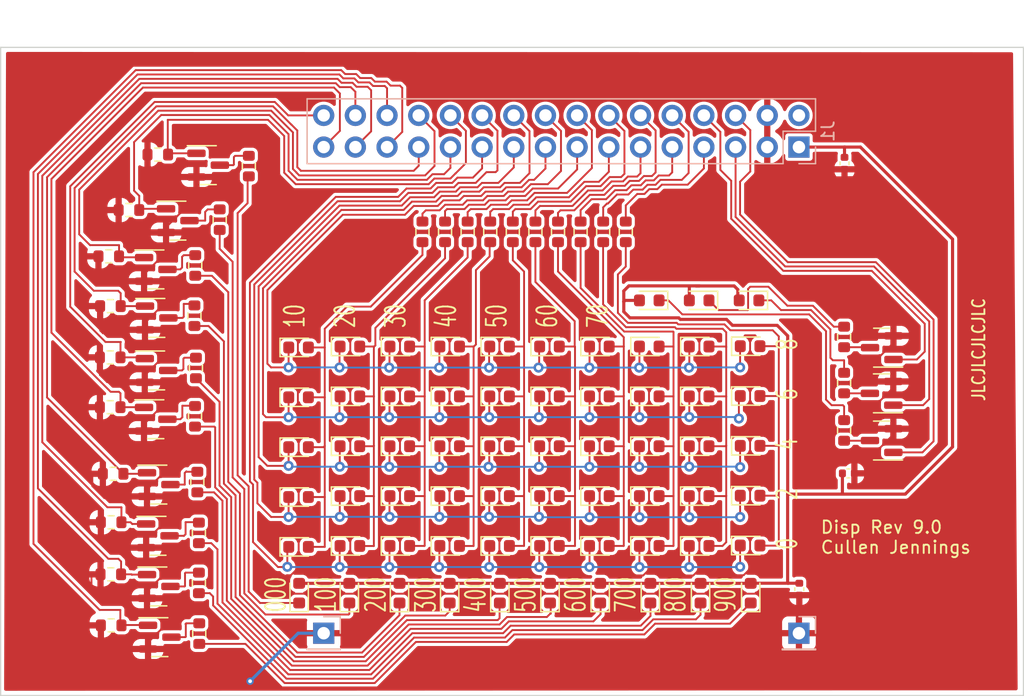
<source format=kicad_pcb>
(kicad_pcb (version 20221018) (generator pcbnew)
  (title_block (title "Disp") (date "2023-12-09") (rev "V9") (company "Cullen Jennings"))
  (layers (0 "F.Cu" signal) (31 "B.Cu" power) (34 "B.Paste" user) (35 "F.Paste" user) (36 "B.SilkS" user "B.Silkscreen") (37 "F.SilkS" user "F.Silkscreen") (38 "B.Mask" user) (39 "F.Mask" user) (44 "Edge.Cuts" user))
  (net 0 "")
  (net 1 "+3.3V")
  (net 2 "GND")
  (net 3 "Net-(D1-K)")
  (net 4 "Net-(Q1-D)")
  (net 5 "Net-(D2-K)")
  (net 6 "Net-(D3-K)")
  (net 7 "Net-(Q2-D)")
  (net 8 "Net-(Q3-D)")
  (net 9 "Net-(Q4-D)")
  (net 10 "Net-(Q5-D)")
  (net 11 "Net-(Q6-D)")
  (net 12 "Net-(Q7-D)")
  (net 13 "Net-(Q8-D)")
  (net 14 "/L4")
  (net 15 "/L8")
  (net 16 "/L3")
  (net 17 "/L7")
  (net 18 "/L2")
  (net 19 "/L6")
  (net 20 "/L5")
  (net 21 "Net-(Q9-D)")
  (net 22 "Net-(Q10-D)")
  (net 23 "Net-(Q11-D)")
  (net 24 "+6V")
  (net 25 "Net-(Q12-D)")
  (net 26 "/L9")
  (net 27 "/L10")
  (net 28 "Net-(Q13-D)")
  (net 29 "/NCOL1")
  (net 30 "/NCOL3")
  (net 31 "/NCOL5")
  (net 32 "/NCOL7")
  (net 33 "/NCOL9")
  (net 34 "/NCOL4")
  (net 35 "/NCOL2")
  (net 36 "/NCOL10")
  (net 37 "/NCOL6")
  (net 38 "/NCOL8")
  (net 39 "/NROW1")
  (net 40 "/NROW2")
  (net 41 "/NROW5")
  (net 42 "/NROW3")
  (net 43 "/NROW4")
  (net 44 "/C5")
  (net 45 "/C7")
  (net 46 "/C8")
  (net 47 "/C9")
  (net 48 "/C2")
  (net 49 "/C3")
  (net 50 "/C4")
  (net 51 "/C10")
  (net 52 "/C1")
  (net 53 "/L1")
  (net 54 "/LED9")
  (net 55 "/LED10")
  (net 56 "/LED7")
  (net 57 "/LED8")
  (net 58 "/LED1")
  (net 59 "/LED2")
  (net 60 "/LED3")
  (net 61 "/LED4")
  (net 62 "/LED5")
  (net 63 "/LED6")
  (net 64 "/LEDMG")
  (net 65 "/LEDMR")
  (net 66 "/LEDMY")
  (net 67 "/C6")
  (footprint "LED_SMD:LED_0603_1608Metric" (layer "F.Cu") (at 201 92)
    (fp_text reference "D20" hide)
    (fp_text value "LED-G")
  )
  (footprint "LED_SMD:LED_0603_1608Metric" (layer "F.Cu") (at 205 96)
    (fp_text reference "D15" hide)
    (fp_text value "LED-G")
  )
  (footprint "Resistor_SMD:R_0603_1608Metric" (layer "F.Cu") (at 184.923696 115.031421 90)
    (fp_text reference "R46" hide)
    (fp_text value "100R")
  )
  (footprint "LED_SMD:LED_0603_1608Metric" (layer "F.Cu") (at 229 88.3 180)
    (fp_text reference "D2" hide)
    (fp_text value "LED-G")
  )
  (footprint "LED_SMD:LED_0603_1608Metric" (layer "F.Cu") (at 197 100)
    (fp_text reference "D29" hide)
    (fp_text value "LED-G")
  )
  (footprint "Package_TO_SOT_SMD:SOT-23" (layer "F.Cu") (at 181.674073 111.248258)
    (fp_text reference "Q5" hide)
    (fp_text value "2N7002")
  )
  (footprint "LED_SMD:LED_0603_1608Metric" (layer "F.Cu") (at 229.08492 91.97485)
    (fp_text reference "D58" hide)
    (fp_text value "LED-G")
  )
  (footprint "Package_TO_SOT_SMD:SOT-23" (layer "F.Cu") (at 181.438657 85.813811)
    (fp_text reference "Q2" hide)
    (fp_text value "2N7002")
  )
  (footprint "LED_SMD:LED_0603_1608Metric" (layer "F.Cu") (at 209 108)
    (fp_text reference "D25" hide)
    (fp_text value "LED-G")
  )
  (footprint "LED_SMD:LED_0603_1608Metric" (layer "F.Cu") (at 200.977778 111.7875 90)
    (fp_text reference "D5" hide)
    (fp_text value "LED-R")
  )
  (footprint "Resistor_SMD:R_0603_1608Metric" (layer "F.Cu") (at 215.496031 82.79985 90)
    (fp_text reference "R56" hide)
    (fp_text value "82R")
  )
  (footprint "LED_SMD:LED_0603_1608Metric" (layer "F.Cu") (at 201 100)
    (fp_text reference "D35" hide)
    (fp_text value "LED-G")
  )
  (footprint "LED_SMD:LED_0603_1608Metric" (layer "F.Cu") (at 205 100)
    (fp_text reference "D32" hide)
    (fp_text value "LED-G")
  )
  (footprint "Resistor_SMD:R_0603_1608Metric" (layer "F.Cu") (at 177.669257 84.764976)
    (fp_text reference "R35" hide)
    (fp_text value "4K7")
  )
  (footprint "Package_TO_SOT_SMD:SOT-23" (layer "F.Cu") (at 181.431924 97.833589)
    (fp_text reference "Q8" hide)
    (fp_text value "2N7002")
  )
  (footprint "Resistor_SMD:R_0603_1608Metric" (layer "F.Cu") (at 188.9 77.525 90)
    (fp_text reference "R6" hide)
    (fp_text value "100R")
  )
  (footprint "Resistor_SMD:R_0603_1608Metric" (layer "F.Cu") (at 208.251587 82.79985 90)
    (fp_text reference "R51" hide)
    (fp_text value "82R")
  )
  (footprint "Resistor_SMD:R_0603_1608Metric" (layer "F.Cu") (at 236.621336 94.932596 -90)
    (fp_text reference "R29" hide)
    (fp_text value "100R" hide)
  )
  (footprint "LED_SMD:LED_0603_1608Metric" (layer "F.Cu") (at 205 108)
    (fp_text reference "D31" hide)
    (fp_text value "LED-G")
  )
  (footprint "LED_SMD:LED_0603_1608Metric" (layer "F.Cu") (at 209 100)
    (fp_text reference "D26" hide)
    (fp_text value "LED-G")
  )
  (footprint "Resistor_SMD:R_0603_1608Metric" (layer "F.Cu") (at 177.833212 110.276753)
    (fp_text reference "R41" hide)
    (fp_text value "4K7")
  )
  (footprint "Package_TO_SOT_SMD:SOT-23" (layer "F.Cu") (at 181.495201 93.918935)
    (fp_text reference "Q6" hide)
    (fp_text value "2N7002")
  )
  (footprint "Resistor_SMD:R_0603_1608Metric" (layer "F.Cu") (at 213.68492 82.79985 90)
    (fp_text reference "R57" hide)
    (fp_text value "82R")
  )
  (footprint "LED_SMD:LED_0603_1608Metric" (layer "F.Cu") (at 225 96)
    (fp_text reference "D40" hide)
    (fp_text value "LED-G")
  )
  (footprint "LED_SMD:LED_0603_1608Metric" (layer "F.Cu") (at 221 108)
    (fp_text reference "D38" hide)
    (fp_text value "LED-G")
  )
  (footprint "LED_SMD:LED_0603_1608Metric" (layer "F.Cu") (at 225 108)
    (fp_text reference "D37" hide)
    (fp_text value "LED-G")
  )
  (footprint "LED_SMD:LED_0603_1608Metric" (layer "F.Cu") (at 217 92)
    (fp_text reference "D45" hide)
    (fp_text value "LED-G")
  )
  (footprint "Resistor_SMD:R_0603_1608Metric" (layer "F.Cu") (at 211.873809 82.79985 90)
    (fp_text reference "R49" hide)
    (fp_text value "82R")
  )
  (footprint "LED_SMD:LED_0603_1608Metric" (layer "F.Cu") (at 225 92)
    (fp_text reference "D43" hide)
    (fp_text value "LED-G")
  )
  (footprint "LED_SMD:LED_0603_1608Metric" (layer "F.Cu") (at 225 104)
    (fp_text reference "D49" hide)
    (fp_text value "LED-G")
  )
  (footprint "Package_TO_SOT_SMD:SOT-23" (layer "F.Cu") (at 239.630721 99.543926 180)
    (fp_text reference "Q11" hide)
    (fp_text value "2N7002")
  )
  (footprint "LED_SMD:LED_0603_1608Metric" (layer "F.Cu") (at 225.11111 111.7875 90)
    (fp_text reference "D8" hide)
    (fp_text value "LED-R")
  )
  (footprint "Capacitor_SMD:C_0402_1005Metric" (layer "F.Cu") (at 236.653491 77.303114 -90)
    (fp_text reference "C32" hide)
    (fp_text value "100n")
  )
  (footprint "Package_TO_SOT_SMD:SOT-23" (layer "F.Cu") (at 181.604062 107.18524)
    (fp_text reference "Q3" hide)
    (fp_text value "2N7002")
  )
  (footprint "LED_SMD:LED_0603_1608Metric" (layer "F.Cu") (at 221.088888 111.7875 90)
    (fp_text reference "D6" hide)
    (fp_text value "LED-R")
  )
  (footprint "LED_SMD:LED_0603_1608Metric" (layer "F.Cu") (at 213 104)
    (fp_text reference "D24" hide)
    (fp_text value "LED-G")
  )
  (footprint "LED_SMD:LED_0603_1608Metric" (layer "F.Cu") (at 221 88.3 180)
    (fp_text reference "D1" hide)
    (fp_text value "LED-R")
  )
  (footprint "Package_TO_SOT_SMD:SOT-23" (layer "F.Cu") (at 181.756355 115.316408)
    (fp_text reference "Q7" hide)
    (fp_text value "2N7002")
  )
  (footprint "Resistor_SMD:R_0603_1608Metric" (layer "F.Cu") (at 184.58565 97.598654 90)
    (fp_text reference "R48" hide)
    (fp_text value "100R")
  )
  (footprint "LED_SMD:LED_0603_1608Metric" (layer "F.Cu") (at 217 104)
    (fp_text reference "D51" hide)
    (fp_text value "LED-G")
  )
  (footprint "Resistor_SMD:R_0603_1608Metric" (layer "F.Cu") (at 184.769697 102.873984 90)
    (fp_text reference "R34" hide)
    (fp_text value "100R" hide)
  )
  (footprint "Resistor_SMD:R_0603_1608Metric" (layer "F.Cu") (at 184.602815 85.49663 90)
    (fp_text reference "R36" hide)
    (fp_text value "100R")
  )
  (footprint "LED_SMD:LED_0603_1608Metric" (layer "F.Cu") (at 213 108)
    (fp_text reference "D14" hide)
    (fp_text value "LED-G")
  )
  (footprint "Resistor_SMD:R_0603_1608Metric" (layer "F.Cu") (at 186.5625 81.825 90)
    (fp_text reference "R4" hide)
    (fp_text value "100R")
  )
  (footprint "Resistor_SMD:R_0603_1608Metric" (layer "F.Cu") (at 179.2875 81.05)
    (fp_text reference "R3" hide)
    (fp_text value "4K7")
  )
  (footprint "Resistor_SMD:R_0603_1608Metric" (layer "F.Cu") (at 184.657918 93.720259 90)
    (fp_text reference "R44" hide)
    (fp_text value "100R")
  )
  (footprint "LED_SMD:LED_0603_1608Metric" (layer "F.Cu") (at 192.88492 96.07485)
    (fp_text reference "D52" hide)
    (fp_text value "LED-G")
  )
  (footprint "Resistor_SMD:R_0603_1608Metric" (layer "F.Cu") (at 219.118254 82.79985 90)
    (fp_text reference "R2" hide)
    (fp_text value "82R")
  )
  (footprint "LED_SMD:LED_0603_1608Metric" (layer "F.Cu") (at 217 108)
    (fp_text reference "D39" hide)
    (fp_text value "LED-G")
  )
  (footprint "Package_TO_SOT_SMD:SOT-23" (layer "F.Cu") (at 185.6375 77.45)
    (fp_text reference "Q13" hide)
    (fp_text value "2N7002")
  )
  (footprint "LED_SMD:LED_0603_1608Metric" (layer "F.Cu") (at 197 92)
    (fp_text reference "D19" hide)
    (fp_text value "LED-G")
  )
  (footprint "LED_SMD:LED_0603_1608Metric" (layer "F.Cu") (at 192.88492 92.07485)
    (fp_text reference "D53" hide)
    (fp_text value "LED-G")
  )
  (footprint "LED_SMD:LED_0603_1608Metric" (layer "F.Cu") (at 192.933334 111.7875 90)
    (fp_text reference "D63" hide)
    (fp_text value "LED-R")
  )
  (footprint "Resistor_SMD:R_0603_1608Metric" (layer "F.Cu") (at 177.801015 88.758266)
    (fp_text reference "R39" hide)
    (fp_text value "4K7")
  )
  (footprint "Resistor_SMD:R_0603_1608Metric" (layer "F.Cu") (at 206.440476 82.79985 90)
    (fp_text reference "R53" hide)
    (fp_text value "82R")
  )
  (footprint "LED_SMD:LED_0603_1608Metric" (layer "F.Cu") (at 217 100)
    (fp_text reference "D48" hide)
    (fp_text value "LED-G")
  )
  (footprint "LED_SMD:LED_0603_1608Metric" (layer "F.Cu") (at 197 96)
    (fp_text reference "D17" hide)
    (fp_text value "LED-G")
  )
  (footprint "LED_SMD:LED_0603_1608Metric" (layer "F.Cu") (at 229.08492 103.96735)
    (fp_text reference "D61" hide)
    (fp_text value "LED-G")
  )
  (footprint "LED_SMD:LED_0603_1608Metric" (layer "F.Cu") (at 221 92)
    (fp_text reference "D44" hide)
    (fp_text value "LED-G")
  )
  (footprint "LED_SMD:LED_0603_1608Metric" (layer "F.Cu") (at 205 111.7875 90)
    (fp_text reference "D7" hide)
    (fp_text value "LED-R")
  )
  (footprint "LED_SMD:LED_0603_1608Metric" (layer "F.Cu") (at 213.044444 111.7875 90)
    (fp_text reference "D11" hide)
    (fp_text value "LED-R")
  )
  (footprint "LED_SMD:LED_0603_1608Metric" (layer "F.Cu") (at 209.022222 111.7875 90)
    (fp_text reference "D9" hide)
    (fp_text value "LED-R")
  )
  (footprint "LED_SMD:LED_0603_1608Metric" (layer "F.Cu") (at 197 104)
    (fp_text reference "D30" hide)
    (fp_text value "LED-G")
  )
  (footprint "LED_SMD:LED_0603_1608Metric" (layer "F.Cu") (at 192.88492 104.07485)
    (fp_text reference "D56" hide)
    (fp_text value "LED-G")
  )
  (footprint "LED_SMD:LED_0603_1608Metric" (layer "F.Cu") (at 192.88492 108.07485)
    (fp_text reference "D54" hide)
    (fp_text value "LED-G")
  )
  (footprint "LED_SMD:LED_0603_1608Metric" (layer "F.Cu") (at 229.08492 99.96985)
    (fp_text reference "D60" hide)
    (fp_text value "LED-G")
  )
  (footprint "LED_SMD:LED_0603_1608Metric" (layer "F.Cu") (at 213 100)
    (fp_text reference "D23" hide)
    (fp_text value "LED-G")
  )
  (footprint "LED_SMD:LED_0603_1608Metric" (layer "F.Cu") (at 217 96)
    (fp_text reference "D42" hide)
    (fp_text value "LED-G")
  )
  (footprint "Resistor_SMD:R_0603_1608Metric" (layer "F.Cu") (at 217.307142 82.79985 90)
    (fp_text reference "R55" hide)
    (fp_text value "82R")
  )
  (footprint "Package_TO_SOT_SMD:SOT-23" (layer "F.Cu") (at 183.2 81.9)
    (fp_text reference "Q12" hide)
    (fp_text value "2N7002")
  )
  (footprint "Resistor_SMD:R_0603_1608Metric" (layer "F.Cu") (at 184.537471 89.528701 90)
    (fp_text reference "R40" hide)
    (fp_text value "100R")
  )
  (footprint "Resistor_SMD:R_0603_1608Metric" (layer "F.Cu") (at 202.818254 82.79985 90)
    (fp_text reference "R1" hide)
    (fp_text value "82R")
  )
  (footprint "LED_SMD:LED_0603_1608Metric" (layer "F.Cu") (at 192.88492 100.07485)
    (fp_text reference "D55" hide)
    (fp_text value "LED-G")
  )
  (footprint "LED_SMD:LED_0603_1608Metric" (layer "F.Cu") (at 221 96)
    (fp_text reference "D41" hide)
    (fp_text value "LED-G")
  )
  (footprint "LED_SMD:LED_0603_1608Metric" (layer "F.Cu") (at 209 96)
    (fp_text reference "D16" hide)
    (fp_text value "LED-G")
  )
  (footprint "LED_SMD:LED_0603_1608Metric" (layer "F.Cu") (at 205 104)
    (fp_text reference "D33" hide)
    (fp_text value "LED-G")
  )
  (footprint "LED_SMD:LED_0603_1608Metric" (layer "F.Cu") (at 213 92)
    (fp_text reference "D13" hide)
    (fp_text value "LED-G")
  )
  (footprint "LED_SMD:LED_0603_1608Metric" (layer "F.Cu") (at 201 108)
    (fp_text reference "D34" hide)
    (fp_text value "LED-G")
  )
  (footprint "LED_SMD:LED_0603_1608Metric" (layer "F.Cu") (at 209 92)
    (fp_text reference "D22" hide)
    (fp_text value "LED-G")
  )
  (footprint "LED_SMD:LED_0603_1608Metric" (layer "F.Cu") (at 225 88.3 180)
    (fp_text reference "D3" hide)
    (fp_text value "LED-Y")
  )
  (footprint "Package_TO_SOT_SMD:SOT-23" (layer "F.Cu") (at 239.639673 92.092103 180)
    (fp_text reference "Q10" hide)
    (fp_text value "2N7002")
  )
  (footprint "LED_SMD:LED_0603_1608Metric" (layer "F.Cu") (at 229.133334 111.7875 90)
    (fp_text reference "D10" hide)
    (fp_text value "LED-R")
  )
  (footprint "Resistor_SMD:R_0603_1608Metric" (layer "F.Cu") (at 184.896215 106.952244 90)
    (fp_text reference "R38" hide)
    (fp_text value "100R")
  )
  (footprint "Resistor_SMD:R_0603_1608Metric" (layer "F.Cu") (at 210.062698 82.79985 90)
    (fp_text reference "R50" hide)
    (fp_text value "82R")
  )
  (footprint "LED_SMD:LED_0603_1608Metric" (layer "F.Cu") (at 201 96)
    (fp_text reference "D18" hide)
    (fp_text value "LED-G")
  )
  (footprint "Package_TO_SOT_SMD:SOT-23" (layer "F.Cu") (at 181.673195 103.077001)
    (fp_text reference "Q1" hide)
    (fp_text value "2N7002" hide)
  )
  (footprint "Resistor_SMD:R_0603_1608Metric" (layer "F.Cu") (at 181.6 76.6)
    (fp_text reference "R5" hide)
    (fp_text value "4K7")
  )
  (footprint "LED_SMD:LED_0603_1608Metric" (layer "F.Cu") (at 221 100)
    (fp_text reference "D47" hide)
    (fp_text value "LED-G")
  )
  (footprint "Resistor_SMD:R_0603_1608Metric" (layer "F.Cu") (at 184.896215 110.964352 90)
    (fp_text reference "R42" hide)
    (fp_text value "100R")
  )
  (footprint "LED_SMD:LED_0603_1608Metric" (layer "F.Cu") (at 225 100)
    (fp_text reference "D46" hide)
    (fp_text value "LED-G")
  )
  (footprint "Resistor_SMD:R_0603_1608Metric" (layer "F.Cu") (at 236.621336 98.732596 -90)
    (fp_text reference "R30" hide)
    (fp_text value "100R" hide)
  )
  (footprint "Package_TO_SOT_SMD:SOT-23" (layer "F.Cu") (at 181.512294 89.705959)
    (fp_text reference "Q4" hide)
    (fp_text value "2N7002")
  )
  (footprint "LED_SMD:LED_0603_1608Metric" (layer "F.Cu") (at 217.066666 111.7875 90)
    (fp_text reference "D4" hide)
    (fp_text value "LED-R")
  )
  (footprint "LED_SMD:LED_0603_1608Metric" (layer "F.Cu") (at 221 104)
    (fp_text reference "D50" hide)
    (fp_text value "LED-G")
  )
  (footprint "Resistor_SMD:R_0603_1608Metric" (layer "F.Cu") (at 177.86188 114.371302)
    (fp_text reference "R45" hide)
    (fp_text value "4K7")
  )
  (footprint "LED_SMD:LED_0603_1608Metric" (layer "F.Cu") (at 205 92)
    (fp_text reference "D21" hide)
    (fp_text value "LED-G")
  )
  (footprint "LED_SMD:LED_0603_1608Metric" (layer "F.Cu") (at 201 104)
    (fp_text reference "D36" hide)
    (fp_text value "LED-G")
  )
  (footprint "LED_SMD:LED_0603_1608Metric" (layer "F.Cu") (at 213 96)
    (fp_text reference "D12" hide)
    (fp_text value "LED-G")
  )
  (footprint "Resistor_SMD:R_0603_1608Metric" (layer "F.Cu") (at 177.783557 96.867994)
    (fp_text reference "R47" hide)
    (fp_text value "4K7")
  )
  (footprint "LED_SMD:LED_0603_1608Metric" (layer "F.Cu") (at 197 108)
    (fp_text reference "D28" hide)
    (fp_text value "LED-G")
  )
  (footprint "LED_SMD:LED_0603_1608Metric" (layer "F.Cu") (at 229.08492 95.97235)
    (fp_text reference "D57" hide)
    (fp_text value "LED-G")
  )
  (footprint "Capacitor_SMD:C_0402_1005Metric" (layer "F.Cu") (at 236.96492 102.17485)
    (fp_text reference "C36" hide)
    (fp_text value "100n")
  )
  (footprint "Resistor_SMD:R_0603_1608Metric" (layer "F.Cu") (at 177.860692 106.099764)
    (fp_text reference "R37" hide)
    (fp_text value "4K7")
  )
  (footprint "LED_SMD:LED_0603_1608Metric" (layer "F.Cu") (at 209 104)
    (fp_text reference "D27" hide)
    (fp_text value "LED-G")
  )
  (footprint "LED_SMD:LED_0603_1608Metric" (layer "F.Cu") (at 229.08492 107.964852)
    (fp_text reference "D59" hide)
    (fp_text value "LED-G")
  )
  (footprint "Resistor_SMD:R_0603_1608Metric" (layer "F.Cu") (at 236.621336 91.232596 -90)
    (fp_text reference "R31" hide)
    (fp_text value "100R" hide)
  )
  (footprint "Capacitor_SMD:C_0402_1005Metric" (layer "F.Cu") (at 233.029744 111.471147 -90)
    (fp_text reference "C38" hide)
    (fp_text value "100n")
  )
  (footprint "Resistor_SMD:R_0603_1608Metric" (layer "F.Cu") (at 178.020156 102.210085)
    (fp_text reference "R33" hide)
    (fp_text value "4K7")
  )
  (footprint "Package_TO_SOT_SMD:SOT-23" (layer "F.Cu") (at 239.625184 95.755638 180)
    (fp_text reference "Q9" hide)
    (fp_text value "2N7002")
  )
  (footprint "LED_SMD:LED_0603_1608Metric" (layer "F.Cu") (at 196.955556 111.7875 90)
    (fp_text reference "D62" hide)
    (fp_text value "LED-R")
  )
  (footprint "Resistor_SMD:R_0603_1608Metric" (layer "F.Cu") (at 204.629365 82.79985 90)
    (fp_text reference "R52" hide)
    (fp_text value "82R")
  )
  (footprint "Resistor_SMD:R_0603_1608Metric" (layer "F.Cu") (at 177.784563 92.87117)
    (fp_text reference "R43" hide)
    (fp_text value "4K7")
  )
  (footprint "Connector_PinHeader_2.54mm:PinHeader_2x16_P2.54mm_Vertical" (layer "B.Cu") (at 233 76 90)
    (fp_text reference "J1")
    (fp_text value "Conn_02x16_Odd_Even_FLIP")
  )
  (footprint "Connector_PinHeader_2.54mm:PinHeader_1x01_P2.54mm_Vertical" (layer "B.Cu") (at 194.9 115 180)
    (fp_text reference "J3" hide)
    (fp_text value "Conn_01x01_Pin")
  )
  (footprint "Connector_PinHeader_2.54mm:PinHeader_1x01_P2.54mm_Vertical" (layer "B.Cu") (at 233 115 180)
    (fp_text reference "J2" hide)
    (fp_text value "Conn_01x01_Pin")
  )
  (gr_line (start 169 120) (end 251 120) (stroke (width 0.1)) (layer "Edge.Cuts"))
  (gr_line (start 169 68) (end 251 68) (stroke (width 0.1)) (layer "Edge.Cuts"))
  (gr_line (start 251 68) (end 251 120) (stroke (width 0.1)) (layer "Edge.Cuts"))
  (gr_line (start 169 68) (end 169 120) (stroke (width 0.1)) (layer "Edge.Cuts"))
  (gr_text "100\n" (at 196.005555 113.425 90) (layer "F.SilkS") (effects (font (size 1.6 1)) (justify left bottom)))
  (gr_text "Disp Rev 9.0	\nCullen Jennings" (at 234.664442 108.693825) (layer "F.SilkS") (effects (font (size 1 1)) (justify left bottom)))
  (gr_text "50\n" (at 209.7 90.6 90) (layer "F.SilkS") (effects (font (size 1.6 1)) (justify left bottom)))
  (gr_text "400" (at 208.02222 113.425 90) (layer "F.SilkS") (effects (font (size 1.6 1)) (justify left bottom)))
  (gr_text "2" (at 233 104.4 90) (layer "F.SilkS") (effects (font (size 1.6 1)) (justify left bottom)))
  (gr_text "4" (at 233 100.4 90) (layer "F.SilkS") (effects (font (size 1.6 1)) (justify left bottom)))
  (gr_text "6" (at 233 96.4 90) (layer "F.SilkS") (effects (font (size 1.6 1)) (justify left bottom)))
  (gr_text "700\n" (at 220.038885 113.425 90) (layer "F.SilkS") (effects (font (size 1.6 1)) (justify left bottom)))
  (gr_text "70" (at 217.8 90.6 90) (layer "F.SilkS") (effects (font (size 1.6 1)) (justify left bottom)))
  (gr_text "600" (at 216.03333 113.425 90) (layer "F.SilkS") (effects (font (size 1.6 1)) (justify left bottom)))
  (gr_text "900" (at 228.05 113.425 90) (layer "F.SilkS") (effects (font (size 1.6 1)) (justify left bottom)))
  (gr_text "500" (at 212.027775 113.425 90) (layer "F.SilkS") (effects (font (size 1.6 1)) (justify left bottom)))
  (gr_text "20" (at 197.55 90.6 90) (layer "F.SilkS") (effects (font (size 1.6 1)) (justify left bottom)))
  (gr_text "30" (at 201.6 90.6 90) (layer "F.SilkS") (effects (font (size 1.6 1)) (justify left bottom)))
  (gr_text "000" (at 192 113.425 90) (layer "F.SilkS") (effects (font (size 1.6 1)) (justify left bottom)))
  (gr_text "JLCJLCJLCJLC" (at 247.996157 96.457867 90) (layer "F.SilkS") (effects (font (size 1 0.8)) (justify left bottom)))
  (gr_text "200" (at 200.01111 113.425 90) (layer "F.SilkS") (effects (font (size 1.6 1)) (justify left bottom)))
  (gr_text "800" (at 224.04444 113.425 90) (layer "F.SilkS") (effects (font (size 1.6 1)) (justify left bottom)))
  (gr_text "8" (at 233 92.4 90) (layer "F.SilkS") (effects (font (size 1.6 1)) (justify left bottom)))
  (gr_text "40" (at 205.65 90.6 90) (layer "F.SilkS") (effects (font (size 1.6 1)) (justify left bottom)))
  (gr_text "0" (at 233 108.4 90) (layer "F.SilkS") (effects (font (size 1.6 1)) (justify left bottom)))
  (gr_text "300" (at 204.016665 113.425 90) (layer "F.SilkS") (effects (font (size 1.6 1)) (justify left bottom)))
  (gr_text "60" (at 213.75 90.6 90) (layer "F.SilkS") (effects (font (size 1.6 1)) (justify left bottom)))
  (gr_text "10" (at 193.5 90.6 90) (layer "F.SilkS") (effects (font (size 1.6 1)) (justify left bottom)))
  (segment (start 219.450608 89.7) (end 223.365705 89.7) (width 0.25) (layer "F.Cu") (net 1))
  (segment (start 233.029744 110.991147) (end 232.126368 110.991147) (width 0.25) (layer "F.Cu") (net 1))
  (segment (start 220.2125 88.3) (end 219.058204 88.3) (width 0.25) (layer "F.Cu") (net 1))
  (segment (start 228.1 88.1875) (end 228.2125 88.3) (width 0.25) (layer "F.Cu") (net 1))
  (segment (start 217.066666 111) (end 213.044444 111) (width 0.25) (layer "F.Cu") (net 1))
  (segment (start 232.097954 103.835922) (end 232.093262 103.840614) (width 0.25) (layer "F.Cu") (net 1))
  (segment (start 232.097954 91.14158) (end 232.097954 103.835922) (width 0.25) (layer "F.Cu") (net 1))
  (segment (start 223.490555 89.82485) (end 227.195581 89.824851) (width 0.25) (layer "F.Cu") (net 1))
  (segment (start 224.2125 88.3) (end 224.2125 87.174302) (width 0.25) (layer "F.Cu") (net 1))
  (segment (start 232.093262 110.958041) (end 232.126368 110.991147) (width 0.25) (layer "F.Cu") (net 1))
  (segment (start 232.093262 103.840614) (end 232.093262 110.958041) (width 0.25) (layer "F.Cu") (net 1))
  (segment (start 205 111) (end 200.977778 111) (width 0.25) (layer "F.Cu") (net 1))
  (segment (start 227.670729 90.3) (end 231.256374 90.3) (width 0.25) (layer "F.Cu") (net 1))
  (segment (start 218.958204 89.207596) (end 219.450608 89.7) (width 0.25) (layer "F.Cu") (net 1))
  (segment (start 245.31553 83.389175) (end 245.31553 100.05243) (width 0.25) (layer "F.Cu") (net 1))
  (segment (start 236.484954 103.840614) (end 232.093262 103.840614) (width 0.25) (layer "F.Cu") (net 1))
  (segment (start 233 76) (end 236.662532 76) (width 0.25) (layer "F.Cu") (net 1))
  (segment (start 219.363061 87.136939) (end 225.024005 87.136939) (width 0.25) (layer "F.Cu") (net 1))
  (segment (start 229.133334 111) (end 225.11111 111) (width 0.25) (layer "F.Cu") (net 1))
  (segment (start 218.958204 88.4) (end 218.958204 89.207596) (width 0.25) (layer "F.Cu") (net 1))
  (segment (start 245.31553 100.05243) (end 241.527346 103.840614) (width 0.25) (layer "F.Cu") (net 1))
  (segment (start 231.256374 90.3) (end 232.097954 91.14158) (width 0.25) (layer "F.Cu") (net 1))
  (segment (start 224.741315 87.142181) (end 227.808654 87.142181) (width 0.25) (layer "F.Cu") (net 1))
  (segment (start 225.11111 111) (end 221.088888 111) (width 0.25) (layer "F.Cu") (net 1))
  (segment (start 213.044444 111) (end 209.022222 111) (width 0.25) (layer "F.Cu") (net 1))
  (segment (start 218.958204 87.541796) (end 219.363061 87.136939) (width 0.25) (layer "F.Cu") (net 1))
  (segment (start 236.48492 102.17485) (end 236.48492 103.84058) (width 0.25) (layer "F.Cu") (net 1))
  (segment (start 223.365705 89.7) (end 223.490555 89.82485) (width 0.25) (layer "F.Cu") (net 1))
  (segment (start 219.058204 88.3) (end 218.958204 88.4) (width 0.25) (layer "F.Cu") (net 1))
  (segment (start 227.808654 87.142181) (end 228.1 87.433527) (width 0.25) (layer "F.Cu") (net 1))
  (segment (start 218.958204 88.4) (end 218.958204 87.541796) (width 0.25) (layer "F.Cu") (net 1))
  (segment (start 232.126368 110.991147) (end 229.142187 110.991147) (width 0.25) (layer "F.Cu") (net 1))
  (segment (start 236.662532 76) (end 237.926355 76) (width 0.25) (layer "F.Cu") (net 1))
  (segment (start 236.48492 103.84058) (end 236.484954 103.840614) (width 0.25) (layer "F.Cu") (net 1))
  (segment (start 241.527346 103.840614) (end 236.484954 103.840614) (width 0.25) (layer "F.Cu") (net 1))
  (segment (start 237.926355 76) (end 245.31553 83.389175) (width 0.25) (layer "F.Cu") (net 1))
  (segment (start 229.142187 110.991147) (end 229.133334 111) (width 0.25) (layer "F.Cu") (net 1))
  (segment (start 228.1 87.433527) (end 228.1 88.1875) (width 0.25) (layer "F.Cu") (net 1))
  (segment (start 236.653491 76.823114) (end 236.653491 76.009041) (width 0.25) (layer "F.Cu") (net 1))
  (segment (start 236.653491 76.009041) (end 236.662532 76) (width 0.25) (layer "F.Cu") (net 1))
  (segment (start 221.088888 111) (end 217.066666 111) (width 0.25) (layer "F.Cu") (net 1))
  (segment (start 209.022222 111) (end 205 111) (width 0.25) (layer "F.Cu") (net 1))
  (segment (start 200.977778 111) (end 196.955556 111) (width 0.25) (layer "F.Cu") (net 1))
  (segment (start 227.195581 89.824851) (end 227.670729 90.3) (width 0.25) (layer "F.Cu") (net 1))
  (segment (start 196.955556 111) (end 192.933334 111) (width 0.25) (layer "F.Cu") (net 1))
  (segment (start 182.38492 94.97485) (end 182.28492 94.87485) (width 0.15) (layer "F.Cu") (net 2))
  (segment (start 224.52823 110.369616) (end 223.290897 110.369616) (width 0.15) (layer "F.Cu") (net 2))
  (segment (start 176.282629 110.336074) (end 176.282629 111.524519) (width 0.15) (layer "F.Cu") (net 2))
  (segment (start 230.46 71.224895) (end 228.659955 69.42485) (width 0.25) (layer "F.Cu") (net 2))
  (segment (start 182.48492 114.07485) (end 182.48492 112.57485) (width 0.15) (layer "F.Cu") (net 2))
  (segment (start 176.393071 102.210085) (end 176.351708 102.251448) (width 0.15) (layer "F.Cu") (net 2))
  (segment (start 182.2625 82.85) (end 182.2625 82.436459) (width 0.15) (layer "F.Cu") (net 2))
  (segment (start 229.020553 109.893812) (end 228.564515 110.34985) (width 0.15) (layer "F.Cu") (net 2))
  (segment (start 178.873071 98.783589) (end 178.844382 98.7549) (width 0.15) (layer "F.Cu") (net 2))
  (segment (start 178.555108 86.976531) (end 178.822905 86.708734) (width 0.15) (layer "F.Cu") (net 2))
  (segment (start 221.41555 109.874736) (end 220.98528 109.874736) (width 0.15) (layer "F.Cu") (net 2))
  (segment (start 237.44492 102.17485) (end 239.08492 102.17485) (width 0.25) (layer "F.Cu") (net 2))
  (segment (start 182.2125 82.8) (end 182.2625 82.85) (width 0.15) (layer "F.Cu") (net 2))
  (segment (start 180.735695 104.027001) (end 180.735695 103.465542) (width 0.15) (layer "F.Cu") (net 2))
  (segment (start 177.503107 108.175832) (end 178.771479 108.175832) (width 0.15) (layer "F.Cu") (net 2))
  (segment (start 182.48492 109.888452) (end 182.48492 108.37485) (width 0.15) (layer "F.Cu") (net 2))
  (segment (start 192.831596 94.629383) (end 192.831596 98.405252) (width 0.15) (layer "F.Cu") (net 2))
  (segment (start 180.736573 112.198258) (end 180.736573 111.636799) (width 0.15) (layer "F.Cu") (net 2))
  (segment (start 176.959563 92.87117) (end 176.959563 94.275737) (width 0.15) (layer "F.Cu") (net 2))
  (segment (start 182.2625 82.436459) (end 184.7 79.998959) (width 0.15) (layer "F.Cu") (net 2))
  (segment (start 192.893496 109.720869) (end 192.264365 110.35) (width 0.15) (layer "F.Cu") (net 2))
  (segment (start 180.735695 104.027001) (end 178.998407 104.027001) (width 0.15) (layer "F.Cu") (net 2))
  (segment (start 229.083423 109.893812) (end 229.020553 109.893812) (width 0.15) (layer "F.Cu") (net 2))
  (segment (start 180.68492 107.07485) (end 181.165493 107.07485) (width 0.15) (layer "F.Cu") (net 2))
  (segment (start 178.872454 104.148978) (end 178.996419 104.025013) (width 0.15) (layer "F.Cu") (net 2))
  (segment (start 178.4625 81.05) (end 178.4625 82.1625) (width 0.15) (layer "F.Cu") (net 2))
  (segment (start 238.703996 98.593926) (end 238.48492 98.37485) (width 0.15) (layer "F.Cu") (net 2))
  (segment (start 178.480963 90.940831) (end 178.846234 90.57556) (width 0.15) (layer "F.Cu") (net 2))
  (segment (start 177.585292 99.21222) (end 178.387062 99.21222) (width 0.15) (layer "F.Cu") (net 2))
  (segment (start 182.48492 112.57485) (end 182.08492 112.17485) (width 0.15) (layer "F.Cu") (net 2))
  (segment (start 182.18492 108.07485) (end 182.12453 108.13524) (width 0.15) (layer "F.Cu") (net 2))
  (segment (start 178.4625 82.1625) (end 179.1 82.8) (width 0.15) (layer "F.Cu") (net 2))
  (segment (start 176.844257 86.035838) (end 176.85479 86.046371) (width 0.15) (layer "F.Cu") (net 2))
  (segment (start 236.653491 77.783114) (end 236.653491 78.461439) (width 0.25) (layer "F.Cu") (net 2))
  (segment (start 177.788629 116.266408) (end 180.818855 116.266408) (width 0.15) (layer "F.Cu") (net 2))
  (segment (start 230.46 73.46) (end 230.46 71.224895) (width 0.25) (layer "F.Cu") (net 2))
  (segment (start 176.948891 110.336074) (end 176.282629 110.336074) (width 0.15) (layer "F.Cu") (net 2))
  (segment (start 238.48492 93.795815) (end 240.577173 91.703562) (width 0.15) (layer "F.Cu") (net 2))
  (segment (start 182.78492 105.455423) (end 182.78492 104.27485) (width 0.15) (layer "F.Cu") (net 2))
  (segment (start 180.818855 118.069542) (end 189 118.069542) (width 0.25) (layer "F.Cu") (net 2))
  (segment (start 244.463166 84.483674) (end 244.463166 99.950814) (width 0.25) (layer "F.Cu") (net 2))
  (segment (start 238.48492 98.37485) (end 238.48492 97.37485) (width 0.15) (layer "F.Cu") (net 2))
  (segment (start 221.001233 106.358695) (end 220.9937 106.351162) (width 0.15) (layer "F.Cu") (net 2))
  (segment (start 180.735695 103.465542) (end 182.78492 101.416317) (width 0.15) (layer "F.Cu") (net 2))
  (segment (start 217.023088 90.66125) (end 217.023088 109.577532) (width 0.15) (layer "F.Cu") (net 2))
  (segment (start 242.243362 102.170618) (end 239.089152 102.170618) (width 0.25) (layer "F.Cu") (net 2))
  (segment (start 170.18168 78.007107) (end 170.18168 109.60139) (width 0.25) (layer "F.Cu") (net 2))
  (segment (start 177.03688 114.371302) (end 177.03688 115.514659) (width 0.15) (layer "F.Cu") (net 2))
  (segment (start 178.877982 86.763811) (end 178.822905 86.708734) (width 0.15) (layer "F.Cu") (net 2))
  (segment (start 176.85479 86.046371) (end 176.85479 86.340164) (width 0.15) (layer "F.Cu") (net 2))
  (segment (start 231.6 119.4) (end 233 118) (width 0.25) (layer "F.Cu") (net 2))
  (segment (start 238.440931 78.461439) (end 244.463166 84.483674) (width 0.25) (layer "F.Cu") (net 2))
  (segment (start 180.494424 98.783589) (end 178.873071 98.783589) (width 0.15) (layer "F.Cu") (net 2))
  (segment (start 184.7 79.998959) (end 184.7 78.4) (width 0.15) (layer "F.Cu") (net 2))
  (segment (start 190.625 119.4) (end 231.6 119.4) (width 0.25) (layer "F.Cu") (net 2))
  (segment (start 180.666562 108.13524) (end 178.812071 108.13524) (width 0.15) (layer "F.Cu") (net 2))
  (segment (start 181.165493 107.07485) (end 182.78492 105.455423) (width 0.15) (layer "F.Cu") (net 2))
  (segment (start 178.926633 90.655959) (end 178.846234 90.57556) (width 0.15) (layer "F.Cu") (net 2))
  (segment (start 176.351708 102.251448) (end 176.351708 103.195597) (width 0.15) (layer "F.Cu") (net 2))
  (segment (start 177.352621 104.148978) (end 178.872454 104.148978) (width 0.15) (layer "F.Cu") (net 2))
  (segment (start 220.98528 109.895915) (end 220.516392 110.364803) (width 0.15) (layer "F.Cu") (net 2))
  (segment (start 192.85223 98.425886) (end 192.893496 98.467152) (width 0.15) (layer "F.Cu") (net 2))
  (segment (start 231.244103 78.478211) (end 236.636719 78.478211) (width 0.25) (layer "F.Cu") (net 2))
  (segment (start 182.48492 108.37485) (end 182.18492 108.07485) (width 0.15) (layer "F.Cu") (net 2))
  (segment (start 182.08492 112.17485) (end 182.061512 112.198258) (width 0.15) (layer "F.Cu") (net 2))
  (segment (start 178.81326 94.868935) (end 178.787606 94.843281) (width 0.15) (layer "F.Cu") (net 2))
  (segment (start 182.061512 112.198258) (end 180.736573 112.198258) (width 0.15) (layer "F.Cu") (net 2))
  (segment (start 182.38492 98.77485) (end 182.376181 98.783589) (width 0.15) (layer "F.Cu") (net 2))
  (segment (start 192.893496 98.467152) (end 192.893496 102.346188) (width 0.15) (layer "F.Cu") (net 2))
  (segment (start 176.282629 111.524519) (end 177.158073 112.399963) (width 0.15) (layer "F.Cu") (net 2))
  (segment (start 180.818855 115.740915) (end 182.48492 114.07485) (width 0.15) (layer "F.Cu") (net 2))
  (segment (start 238.48492 97.37485) (end 240.562684 95.297086) (width 0.15) (layer "F.Cu") (net 2))
  (segment (start 177.529452 94.845626) (end 177.531797 94.843281) (width 0.15) (layer "F.Cu") (net 2))
  (segment (start 182.48492 90.77485) (end 182.366029 90.655959) (width 0.15) (layer "F.Cu") (net 2))
  (segment (start 180.666562 107.093208) (end 180.68492 107.07485) (width 0.15) (layer "F.Cu") (net 2))
  (segment (start 192.831596 98.405252) (end 192.85223 98.425886) (width 0.15) (layer "F.Cu") (net 2))
  (segment (start 176.85479 86.340164) (end 177.491157 86.976531) (width 0.15) (layer "F.Cu") (net 2))
  (segment (start 230.342073 111.832018) (end 192.257018 111.832018) (width 0.15) (layer "F.Cu") (net 2))
  (segment (start 178.614964 112.198258) (end 178.588895 112.172189) (width 0.15) (layer "F.Cu") (net 2))
  (segment (start 180.563616 94.87485) (end 180.557701 94.868935) (width 0.15) (layer "F.Cu") (net 2))
  (segment (start 177.035692 107.708417) (end 177.503107 108.175832) (width 0.15) (layer "F.Cu") (net 2))
  (segment (start 217.810359 110.364803) (end 217.023088 109.577532) (width 0.15) (layer "F.Cu") (net 2))
  (segment (start 233 111.980891) (end 233.029744 111.951147) (width 0.25) (layer "F.Cu") (net 2))
  (segment (start 230.37344 111.800651) (end 230.342073 111.832018) (width 0.15) (layer "F.Cu") (net 2))
  (segment (start 180.501157 86.763811) (end 178.877982 86.763811) (width 0.15) (layer "F.Cu") (net 2))
  (segment (start 180.512196 86.77485) (end 180.501157 86.763811) (width 0.15) (layer "F.Cu") (net 2))
  (segment (start 176.844257 84.764976) (end 176.844257 86.035838) (width 0.15) (layer "F.Cu") (net 2))
  (segment (start 182.376181 98.783589) (end 180.494424 98.783589) (width 0.15) (layer "F.Cu") (net 2))
  (segment (start 177.531797 94.843281) (end 178.787606 94.843281) (width 0.15) (layer "F.Cu") (net 2))
  (segment (start 236.653491 78.461439) (end 238.440931 78.461439) (width 0.25) (layer "F.Cu") (net 2))
  (segment (start 239.08492 100.543072) (end 239.08492 102.17485) (width 0.15) (layer "F.Cu") (net 2))
  (segment (start 180.557701 94.868935) (end 178.81326 94.868935) (width 0.15) (layer "F.Cu") (net 2))
  (segment (start 236.653491 78.461439) (end 236.636719 78.478211) (width 0.25) (layer "F.Cu") (net 2))
  (segment (start 180.557701 94.868935) (end 180.557701 94.307476) (width 0.15) (layer "F.Cu") (net 2))
  (segment (start 239.089152 102.170618) (end 239.08492 102.17485) (width 0.25) (layer "F.Cu") (net 2))
  (segment (start 222.796017 109.874736) (end 221.41555 109.874736) (width 0.15) (layer "F.Cu") (net 2))
  (segment (start 192.893496 109.4) (end 192.893496 109.720869) (width 0.15) (layer "F.Cu") (net 2))
  (segment (start 228.659955 69.42485) (end 178.763937 69.42485) (width 0.25) (layer "F.Cu") (net 2))
  (segment (start 229.083423 91.416321) (end 229.083423 109.893812) (width 0.15) (layer "F.Cu") (net 2))
  (segment (start 182.48492 88.184374) (end 182.48492 86.97485) (width 0.15) (layer "F.Cu") (net 2))
  (segment (start 180.574794 90.0945) (end 182.48492 88.184374) (width 0.15) (layer "F.Cu") (net 2))
  (segment (start 178.998407 104.027001) (end 178.996419 104.025013) (width 0.15) (layer "F.Cu") (net 2))
  (segment (start 180.818855 116.266408) (end 180.818855 115.740915) (width 0.15) (layer "F.Cu") (net 2))
  (segment (start 240.577173 91.703562) (end 240.577173 91.142103) (width 0.15) (layer "F.Cu") (net 2))
  (segment (start 240.562684 94.805638) (end 238.915708 94.805638) (width 0.15) (layer "F.Cu") (net 2))
  (segment (start 180.501157 86.202352) (end 182.2625 84.441009) (width 0.15) (layer "F.Cu") (net 2))
  (segment (start 220.516392 110.364803) (end 217.810359 110.364803) (width 0.15) (layer "F.Cu") (net 2))
  (segment (start 221.41555 109.492441) (end 221.001233 109.078124) (width 0.15) (layer "F.Cu") (net 2))
  (segment (start 182.2625 84.441009) (end 182.2625 82.85) (width 0.15) (layer "F.Cu") (net 2))
  (segment (start 182.48492 86.97485) (end 182.28492 86.77485) (width 0.15) (layer "F.Cu") (net 2))
  (segment (start 225.017243 109.880603) (end 224.52823 110.369616) (width 0.15) (layer "F.Cu") (net 2))
  (segment (start 182.78492 99.17485) (end 182.38492 98.77485) (width 0.15) (layer "F.Cu") (net 2))
  (segment (start 189.294542 118.069542) (end 190.625 119.4) (width 0.25) (layer "F.Cu") (net 2))
  (segment (start 176.351708 103.195597) (end 177.305089 104.148978) (width 0.15) (layer "F.Cu") (net 2))
  (segment (start 180.818855 118.069542) (end 180.824163 118.07485) (width 0.25) (layer "F.Cu") (net 2))
  (segment (start 189 118.069542) (end 189 118.85) (width 0.25) (layer "F.Cu") (net 2))
  (segment (start 180.736573 112.198258) (end 178.614964 112.198258) (width 0.15) (layer "F.Cu") (net 2))
  (segment (start 182.78492 104.27485) (end 182.58492 104.07485) (width 0.15) (layer "F.Cu") (net 2))
  (segment (start 178.763937 69.42485) (end 170.18168 78.007107) (width 0.25) (layer "F.Cu") (net 2))
  (segment (start 182.48492 92.380257) (end 182.48492 90.77485) (width 0.15) (layer "F.Cu") (net 2))
  (segment (start 240.562684 95.297086) (end 240.562684 94.805638) (width 0.15) (layer "F.Cu") (net 2))
  (segment (start 192.264365 110.35) (end 191.95 110.35) (width 0.15) (layer "F.Cu") (net 2))
  (segment (start 179.1 82.8) (end 182.2125 82.8) (width 0.15) (layer "F.Cu") (net 2))
  (segment (start 180.666562 108.13524) (end 180.666562 107.093208) (width 0.15) (layer "F.Cu") (net 2))
  (segment (start 213.007187 90.523204) (end 213.007187 109.439486) (width 0.15) (layer "F.Cu") (net 2))
  (segment (start 180.574794 90.655959) (end 180.574794 90.0945) (width 0.15) (layer "F.Cu") (net 2))
  (segment (start 177.305089 104.148978) (end 177.352621 104.148978) (width 0.15) (layer "F.Cu") (net 2))
  (segment (start 177.03688 115.514659) (end 177.788629 116.266408) (width 0.15) (layer "F.Cu") (net 2))
  (segment (start 192.893496 102.346188) (end 192.893496 109.4) (width 0.15) (layer "F.Cu") (net 2))
  (segment (start 192.831596 90.275785) (end 192.831596 94.629383) (width 0.15) (layer "F.Cu") (net 2))
  (segment (start 176.991137 88.773388) (end 176.991137 90.722689) (width 0.15) (layer "F.Cu") (net 2))
  (segment (start 180.736573 111.636799) (end 182.48492 109.888452) (width 0.15) (layer "F.Cu") (net 2))
  (segment (start 180.775 76.6) (end 180.775 77.375) (width 0.15) (layer "F.Cu") (net 2))
  (segment (start 204.988596 90.337946) (end 204.988596 109.254228) (width 0.15) (layer "F.Cu") (net 2))
  (segment (start 230.46 77.694108) (end 231.244103 78.478211) (width 0.25) (layer "F.Cu") (net 2))
  (segment (start 228.564515 110.34985) (end 226.566581 110.34985) (width 0.15) (layer "F.Cu") (net 2))
  (segment (start 244.463166 99.950814) (end 242.243362 102.170618) (width 0.25) (layer "F.Cu") (net 2))
  (segment (start 230.46 76) (end 230.46 73.46) (width 0.25) (layer "F.Cu") (net 2))
  (segment (start 223.290897 110.369616) (end 222.796017 109.874736) (width 0.15) (layer "F.Cu") (net 2))
  (segment (start 240.568221 98.593926) (end 238.703996 98.593926) (width 0.15) (layer "F.Cu") (net 2))
  (segment (start 180.494424 98.783589) (end 180.494424 98.22213) (width 0.15) (layer "F.Cu") (net 2))
  (segment (start 177.195156 102.210085) (end 176.393071 102.210085) (width 0.15) (layer "F.Cu") (net 2))
  (segment (start 180.494424 98.22213) (end 182.38492 96.331634) (width 0.15) (layer "F.Cu") (net 2))
  (segment (start 208.985461 90.304797) (end 208.985461 109.221079) (width 0.15) (layer "F.Cu") (net 2))
  (segment (start 177.209279 90.940831) (end 178.480963 90.940831) (width 0.15) (layer "F.Cu") (net 2))
  (segment (start 230.46 76) (end 230.46 77.694108) (width 0.25) (layer "F.Cu") (net 2))
  (segment (start 191.95 111.525) (end 191.95 110.35) (width 0.15) (layer "F.Cu") (net 2))
  (segment (start 226.566581 110.34985) (end 226.097334 109.880603) (width 0.15) (layer "F.Cu") (net 2))
  (segment (start 182.78492 101.416317) (end 182.78492 99.17485) (width 0.15) (layer "F.Cu") (net 2))
  (segment (start 176.963314 96.872751) (end 176.963314 98.590242) (width 0.15) (layer "F.Cu") (net 2))
  (segment (start 240.568221 98.593926) (end 240.568221 99.059771) (width 0.15) (layer "F.Cu") (net 2))
  (segment (start 180.501157 86.763811) (end 180.501157 86.202352) (width 0.15) (layer "F.Cu") (net 2))
  (segment (start 238.915708 94.805638) (end 238.48492 94.37485) (width 0.15) (layer "F.Cu") (net 2))
  (segment (start 220.98528 109.874736) (end 220.98528 109.895915) (width 0.15) (layer "F.Cu") (net 2))
  (segment (start 178.387062 99.21222) (end 178.844382 98.7549) (width 0.15) (layer "F.Cu") (net 2))
  (segment (start 233 118) (end 233 111.980891) (width 0.25) (layer "F.Cu") (net 2))
  (segment (start 221.001233 109.078124) (end 221.001233 106.358695) (width 0.15) (layer "F.Cu") (net 2))
  (segment (start 221.41555 109.874736) (end 221.41555 109.492441) (width 0.15) (layer "F.Cu") (net 2))
  (segment (start 177.491157 86.976531) (end 178.555108 86.976531) (width 0.15) (layer "F.Cu") (net 2))
  (segment (start 178.361121 112.399963) (end 178.588895 112.172189) (width 0.15) (layer "F.Cu") (net 2))
  (segment (start 225.017243 109.880603) (end 225.017243 90.964321) (width 0.15) (layer "F.Cu") (net 2))
  (segment (start 182.12453 108.13524) (end 180.666562 108.13524) (width 0.15) (layer "F.Cu") (net 2))
  (segment (start 189 118.069542) (end 189.294542 118.069542) (width 0.25) (layer "F.Cu") (net 2))
  (segment (start 180.574794 90.655959) (end 178.926633 90.655959) (width 0.15) (layer "F.Cu") (net 2))
  (segment (start 197.031452 90.460504) (end 197.031452 109.376786) (width 0.15) (layer "F.Cu") (net 2))
  (segment (start 180.557701 94.307476) (end 182.48492 92.380257) (width 0.15) (layer "F.Cu") (net 2))
  (segment (start 238.48492 94.37485) (end 238.48492 93.795815) (width 0.15) (layer "F.Cu") (net 2))
  (segment (start 182.58492 104.07485) (end 180.783544 104.07485) (width 0.15) (layer "F.Cu") (net 2))
  (segment (start 176.959563 94.275737) (end 177.529452 94.845626) (width 0.15) (layer "F.Cu") (net 2))
  (segment (start 240.568221 99.059771) (end 239.08492 100.543072) (width 0.15) (layer "F.Cu") (net 2))
  (segment (start 201.016403 90.385216) (end 201.016403 109.301498) (width 0.15) (layer "F.Cu") (net 2))
  (segment (start 182.38492 96.331634) (end 182.38492 94.97485) (width 0.15) (layer "F.Cu") (net 2))
  (segment (start 182.28492 86.77485) (end 180.512196 86.77485) (width 0.15) (layer "F.Cu") (net 2))
  (segment (start 180.783544 104.07485) (end 180.735695 104.027001) (width 0.15) (layer "F.Cu") (net 2))
  (segment (start 170.18168 109.60139) (end 178.649832 118.069542) (width 0.25) (layer "F.Cu") (net 2))
  (segment (start 180.775 77.375) (end 181.8 78.4) (width 0.15) (layer "F.Cu") (net 2))
  (segment (start 176.963314 98.590242) (end 177.585292 99.21222) (width 0.15) (layer "F.Cu") (net 2))
  (segment (start 220.9937 106.351162) (end 220.980331 106.337793) (width 0.15) (layer "F.Cu") (net 2))
  (segment (start 182.28492 94.87485) (end 180.563616 94.87485) (width 0.15) (layer "F.Cu") (net 2))
  (segment (start 192.257018 111.832018) (end 191.95 111.525) (width 0.15) (layer "F.Cu") (net 2))
  (segment (start 176.991137 90.722689) (end 177.209279 90.940831) (width 0.15) (layer "F.Cu") (net 2))
  (segment (start 197.031452 109.376786) (end 196.992736 109.415502) (width 0.15) (layer "F.Cu") (net 2))
  (segment (start 180.818855 118.069542) (end 180.818855 116.266408) (width 0.25) (layer "F.Cu") (net 2))
  (segment (start 182.366029 90.655959) (end 180.574794 90.655959) (width 0.15) (layer "F.Cu") (net 2))
  (segment (start 226.097334 109.880603) (end 225.017243 109.880603) (width 0.15) (layer "F.Cu") (net 2))
  (segment (start 177.035692 106.099764) (end 177.035692 107.708417) (width 0.15) (layer "F.Cu") (net 2))
  (segment (start 181.8 78.4) (end 184.7 78.4) (width 0.15) (layer "F.Cu") (net 2))
  (segment (start 178.649832 118.069542) (end 180.818855 118.069542) (width 0.25) (layer "F.Cu") (net 2))
  (segment (start 220.980331 106.337793) (end 220.980331 92.770271) (width 0.15) (layer "F.Cu") (net 2))
  (segment (start 177.158073 112.399963) (end 178.361121 112.399963) (width 0.15) (layer "F.Cu") (net 2))
  (via (at 189 118.85) (size 0.6) (drill 0.3) (layers "F.Cu" "B.Cu") (net 2))
  (segment (start 189 118.85) (end 192.85 115) (width 0.25) (layer "B.Cu") (net 2))
  (segment (start 192.85 115) (end 194.9 115) (width 0.25) (layer "B.Cu") (net 2))
  (segment (start 233.82485 89.42485) (end 235.171336 90.771336) (width 0.15) (layer "F.Cu") (net 3))
  (segment (start 235.171336 90.771336) (end 235.171336 96.257596) (width 0.15) (layer "F.Cu") (net 3))
  (segment (start 222.53139 88.3) (end 223.65624 89.42485) (width 0.15) (layer "F.Cu") (net 3))
  (segment (start 236.621336 96.807596) (end 236.621336 97.907596) (width 0.15) (layer "F.Cu") (net 3))
  (segment (start 235.171336 96.257596) (end 235.621336 96.707596) (width 0.15) (layer "F.Cu") (net 3))
  (segment (start 221.7875 88.3) (end 222.53139 88.3) (width 0.15) (layer "F.Cu") (net 3))
  (segment (start 236.521336 96.707596) (end 236.621336 96.807596) (width 0.15) (layer "F.Cu") (net 3))
  (segment (start 235.621336 96.707596) (end 236.521336 96.707596) (width 0.15) (layer "F.Cu") (net 3))
  (segment (start 223.65624 89.42485) (end 233.82485 89.42485) (width 0.15) (layer "F.Cu") (net 3))
  (segment (start 183.761027 103.077001) (end 183.761027 102.145372) (width 0.15) (layer "F.Cu") (net 4))
  (segment (start 183.924245 102.048984) (end 184.769697 102.048984) (width 0.15) (layer "F.Cu") (net 4))
  (segment (start 183.761027 102.145372) (end 183.89083 102.015569) (width 0.15) (layer "F.Cu") (net 4))
  (segment (start 183.89083 102.015569) (end 183.924245 102.048984) (width 0.15) (layer "F.Cu") (net 4))
  (segment (start 182.610695 103.077001) (end 183.761027 103.077001) (width 0.15) (layer "F.Cu") (net 4))
  (segment (start 230.783976 88.3) (end 229.7875 88.3) (width 0.15) (layer "F.Cu") (net 5))
  (segment (start 235.521336 90.626362) (end 233.969824 89.07485) (width 0.15) (layer "F.Cu") (net 5))
  (segment (start 236.621336 93.107596) (end 235.721336 93.107596) (width 0.15) (layer "F.Cu") (net 5))
  (segment (start 235.521336 92.907596) (end 235.521336 90.626362) (width 0.15) (layer "F.Cu") (net 5))
  (segment (start 235.721336 93.107596) (end 235.521336 92.907596) (width 0.15) (layer "F.Cu") (net 5))
  (segment (start 233.969824 89.07485) (end 231.558826 89.07485) (width 0.15) (layer "F.Cu") (net 5))
  (segment (start 236.621336 94.107596) (end 236.621336 93.107596) (width 0.15) (layer "F.Cu") (net 5))
  (segment (start 231.558826 89.07485) (end 230.783976 88.3) (width 0.15) (layer "F.Cu") (net 5))
  (segment locked (start 228.925 89.04985) (end 228.925 87.375) (width 0.15) (layer "F.Cu") (net 6))
  (segment (start 232.07284 88.72485) (end 234.114798 88.72485) (width 0.15) (layer "F.Cu") (net 6))
  (segment (start 235.797544 90.407596) (end 236.621336 90.407596) (width 0.15) (layer "F.Cu") (net 6))
  (segment (start 228.9 89.07485) (end 228.925 89.04985) (width 0.15) (layer "F.Cu") (net 6))
  (segment (start 225.7875 88.3) (end 226.56235 89.07485) (width 0.15) (layer "F.Cu") (net 6))
  (segment (start 229.1 87.2) (end 230.54799 87.2) (width 0.15) (layer "F.Cu") (net 6))
  (segment (start 230.54799 87.2) (end 232.07284 88.72485) (width 0.15) (layer "F.Cu") (net 6))
  (segment (start 234.114798 88.72485) (end 235.797544 90.407596) (width 0.15) (layer "F.Cu") (net 6))
  (segment (start 226.56235 89.07485) (end 228.9 89.07485) (width 0.15) (layer "F.Cu") (net 6))
  (segment (start 228.925 87.375) (end 229.1 87.2) (width 0.15) (layer "F.Cu") (net 6))
  (segment (start 183.548206 85.664221) (end 183.548206 84.803991) (width 0.15) (layer "F.Cu") (net 7))
  (segment (start 182.376157 85.813811) (end 183.398616 85.813811) (width 0.15) (layer "F.Cu") (net 7))
  (segment (start 183.548206 84.803991) (end 183.680567 84.67163) (width 0.15) (layer "F.Cu") (net 7))
  (segment (start 183.680567 84.67163) (end 184.602815 84.67163) (width 0.15) (layer "F.Cu") (net 7))
  (segment (start 183.398616 85.813811) (end 183.548206 85.664221) (width 0.15) (layer "F.Cu") (net 7))
  (segment (start 183.692389 107.19538) (end 183.828353 107.059416) (width 0.15) (layer "F.Cu") (net 8))
  (segment (start 183.828353 107.059416) (end 183.828353 106.092558) (width 0.15) (layer "F.Cu") (net 8))
  (segment (start 184.861529 106.092558) (end 184.896215 106.127244) (width 0.15) (layer "F.Cu") (net 8))
  (segment (start 182.541562 107.18524) (end 183.682249 107.18524) (width 0.15) (layer "F.Cu") (net 8))
  (segment (start 183.828353 106.092558) (end 184.861529 106.092558) (width 0.15) (layer "F.Cu") (net 8))
  (segment (start 183.682249 107.18524) (end 183.692389 107.19538) (width 0.15) (layer "F.Cu") (net 8))
  (segment (start 183.679831 89.61062) (end 183.679831 88.582608) (width 0.15) (layer "F.Cu") (net 9))
  (segment (start 183.584492 89.705959) (end 183.679831 89.61062) (width 0.15) (layer "F.Cu") (net 9))
  (segment (start 183.679831 88.582608) (end 184.416378 88.582608) (width 0.15) (layer "F.Cu") (net 9))
  (segment (start 182.449794 89.705959) (end 183.584492 89.705959) (width 0.15) (layer "F.Cu") (net 9))
  (segment (start 184.416378 88.582608) (end 184.537471 88.703701) (width 0.15) (layer "F.Cu") (net 9))
  (segment (start 183.748656 111.248258) (end 183.783032 111.213882) (width 0.15) (layer "F.Cu") (net 10))
  (segment (start 183.783032 111.213882) (end 183.783032 110.186595) (width 0.15) (layer "F.Cu") (net 10))
  (segment (start 183.783032 110.186595) (end 183.830275 110.139352) (width 0.15) (layer "F.Cu") (net 10))
  (segment (start 182.611573 111.248258) (end 183.748656 111.248258) (width 0.15) (layer "F.Cu") (net 10))
  (segment (start 183.830275 110.139352) (end 184.896215 110.139352) (width 0.15) (layer "F.Cu") (net 10))
  (segment (start 182.432701 93.918935) (end 183.5364 93.918935) (width 0.15) (layer "F.Cu") (net 11))
  (segment (start 183.5364 93.918935) (end 183.652992 93.802343) (width 0.15) (layer "F.Cu") (net 11))
  (segment (start 183.652992 93.802343) (end 183.652992 92.977564) (width 0.15) (layer "F.Cu") (net 11))
  (segment (start 183.652992 92.977564) (end 183.735297 92.895259) (width 0.15) (layer "F.Cu") (net 11))
  (segment (start 183.735297 92.895259) (end 184.657918 92.895259) (width 0.15) (layer "F.Cu") (net 11))
  (segment (start 183.879698 114.206421) (end 184.923696 114.206421) (width 0.15) (layer "F.Cu") (net 12))
  (segment (start 183.845314 115.281869) (end 183.845314 114.285107) (width 0.15) (layer "F.Cu") (net 12))
  (segment (start 182.693855 115.316408) (end 183.810775 115.316408) (width 0.15) (layer "F.Cu") (net 12))
  (segment (start 183.845314 114.285107) (end 183.823163 114.262956) (width 0.15) (layer "F.Cu") (net 12))
  (segment (start 183.823163 114.262956) (end 183.879698 114.206421) (width 0.15) (layer "F.Cu") (net 12))
  (segment (start 183.810775 115.316408) (end 183.845314 115.281869) (width 0.15) (layer "F.Cu") (net 12))
  (segment (start 184.559981 96.747985) (end 184.58565 96.773654) (width 0.15) (layer "F.Cu") (net 13))
  (segment (start 182.369424 97.833589) (end 183.409 97.833589) (width 0.15) (layer "F.Cu") (net 13))
  (segment (start 183.568831 97.673758) (end 183.568831 96.747985) (width 0.15) (layer "F.Cu") (net 13))
  (segment (start 183.568831 96.747985) (end 184.559981 96.747985) (width 0.15) (layer "F.Cu") (net 13))
  (segment (start 183.409 97.833589) (end 183.568831 97.673758) (width 0.15) (layer "F.Cu") (net 13))
  (segment (start 209.741799 114.048149) (end 216.526851 114.048149) (width 0.15) (layer "F.Cu") (net 14))
  (segment (start 216.526851 114.048149) (end 217.1 113.475) (width 0.15) (layer "F.Cu") (net 14))
  (segment (start 209.139632 114.650316) (end 209.741799 114.048149) (width 0.15) (layer "F.Cu") (net 14))
  (segment (start 198.558836 117.95) (end 201.85852 114.650316) (width 0.15) (layer "F.Cu") (net 14))
  (segment (start 217.1 112.608334) (end 217.066666 112.575) (width 0.15) (layer "F.Cu") (net 14))
  (segment (start 184.769697 103.698984) (end 186.109054 103.698984) (width 0.15) (layer "F.Cu") (net 14))
  (segment (start 192.205164 117.95) (end 198.558836 117.95) (width 0.15) (layer "F.Cu") (net 14))
  (segment (start 217.1 113.475) (end 217.1 112.608334) (width 0.15) (layer "F.Cu") (net 14))
  (segment (start 201.85852 114.650316) (end 209.139632 114.650316) (width 0.15) (layer "F.Cu") (net 14))
  (segment (start 186.78492 104.37485) (end 186.78492 112.529756) (width 0.15) (layer "F.Cu") (net 14))
  (segment (start 186.78492 112.529756) (end 192.205164 117.95) (width 0.15) (layer "F.Cu") (net 14))
  (segment (start 186.109054 103.698984) (end 186.78492 104.37485) (width 0.15) (layer "F.Cu") (net 14))
  (segment (start 197.978939 116.55) (end 192.78506 116.55) (width 0.15) (layer "F.Cu") (net 15))
  (segment (start 185.9317 86.32163) (end 184.602815 86.32163) (width 0.15) (layer "F.Cu") (net 15))
  (segment (start 192.78506 116.55) (end 188.18492 111.94986) (width 0.15) (layer "F.Cu") (net 15))
  (segment (start 188.18492 111.94986) (end 188.18492 103.794954) (width 0.15) (layer "F.Cu") (net 15))
  (segment (start 187.25 102.860034) (end 187.25 87.63993) (width 0.15) (layer "F.Cu") (net 15))
  (segment (start 200.977778 113.551161) (end 197.978939 116.55) (width 0.15) (layer "F.Cu") (net 15))
  (segment (start 200.977778 112.575) (end 200.977778 113.551161) (width 0.15) (layer "F.Cu") (net 15))
  (segment (start 187.25 87.63993) (end 185.9317 86.32163) (width 0.15) (layer "F.Cu") (net 15))
  (segment (start 188.18492 103.794954) (end 187.25 102.860034) (width 0.15) (layer "F.Cu") (net 15))
  (segment (start 221.1 113.615045) (end 221.1 112.586112) (width 0.15) (layer "F.Cu") (net 16))
  (segment (start 220.316896 114.398149) (end 221.1 113.615045) (width 0.15) (layer "F.Cu") (net 16))
  (segment (start 198.70381 118.3) (end 202.003494 115.000316) (width 0.15) (layer "F.Cu") (net 16))
  (segment (start 185.887314 107.777244) (end 186.38492 108.27485) (width 0.15) (layer "F.Cu") (net 16))
  (segment (start 186.38492 112.62473) (end 192.06019 118.3) (width 0.15) (layer "F.Cu") (net 16))
  (segment (start 209.886773 114.398149) (end 220.316896 114.398149) (width 0.15) (layer "F.Cu") (net 16))
  (segment (start 202.003494 115.000316) (end 209.284606 115.000316) (width 0.15) (layer "F.Cu") (net 16))
  (segment (start 221.1 112.586112) (end 221.088888 112.575) (width 0.15) (layer "F.Cu") (net 16))
  (segment (start 209.284606 115.000316) (end 209.886773 114.398149) (width 0.15) (layer "F.Cu") (net 16))
  (segment (start 186.38492 108.27485) (end 186.38492 112.62473) (width 0.15) (layer "F.Cu") (net 16))
  (segment (start 192.06019 118.3) (end 198.70381 118.3) (width 0.15) (layer "F.Cu") (net 16))
  (segment (start 184.896215 107.777244) (end 185.887314 107.777244) (width 0.15) (layer "F.Cu") (net 16))
  (segment (start 187.83492 103.939928) (end 187.83492 112.094834) (width 0.15) (layer "F.Cu") (net 17))
  (segment (start 184.537471 90.353701) (end 185.663771 90.353701) (width 0.15) (layer "F.Cu") (net 17))
  (segment (start 201.441603 113.582311) (end 204.648208 113.582311) (width 0.15) (layer "F.Cu") (net 17))
  (segment (start 186.9 103.005008) (end 187.83492 103.939928) (width 0.15) (layer "F.Cu") (net 17))
  (segment (start 185.663771 90.353701) (end 186.9 91.58993) (width 0.15) (layer "F.Cu") (net 17))
  (segment (start 205 113.230519) (end 205 112.575) (width 0.15) (layer "F.Cu") (net 17))
  (segment (start 186.9 91.58993) (end 186.9 103.005008) (width 0.15) (layer "F.Cu") (net 17))
  (segment (start 204.648208 113.582311) (end 205 113.230519) (width 0.15) (layer "F.Cu") (net 17))
  (segment (start 192.640086 116.9) (end 198.123914 116.9) (width 0.15) (layer "F.Cu") (net 17))
  (segment (start 187.83492 112.094834) (end 192.640086 116.9) (width 0.15) (layer "F.Cu") (net 17))
  (segment (start 198.123914 116.9) (end 201.441603 113.582311) (width 0.15) (layer "F.Cu") (net 17))
  (segment (start 210.031747 114.748149) (end 220.46187 114.748149) (width 0.15) (layer "F.Cu") (net 18))
  (segment (start 220.46187 114.748149) (end 221.32346 113.886559) (width 0.15) (layer "F.Cu") (net 18))
  (segment (start 225.11111 113.517825) (end 225.11111 112.575) (width 0.15) (layer "F.Cu") (net 18))
  (segment (start 191.915215 118.65) (end 198.848784 118.65) (width 0.15) (layer "F.Cu") (net 18))
  (segment (start 209.42958 115.350316) (end 210.031747 114.748149) (width 0.15) (layer "F.Cu") (net 18))
  (segment (start 198.848784 118.65) (end 202.148468 115.350316) (width 0.15) (layer "F.Cu") (net 18))
  (segment (start 185.766756 111.789684) (end 186.03492 112.057848) (width 0.15) (layer "F.Cu") (net 18))
  (segment (start 202.148468 115.350316) (end 209.42958 115.350316) (width 0.15) (layer "F.Cu") (net 18))
  (segment (start 184.896215 111.789352) (end 185.766756 111.789352) (width 0.15) (layer "F.Cu") (net 18))
  (segment (start 186.03492 112.057848) (end 186.03492 112.769705) (width 0.15) (layer "F.Cu") (net 18))
  (segment (start 221.32346 113.886559) (end 224.742376 113.886559) (width 0.15) (layer "F.Cu") (net 18))
  (segment (start 185.766756 111.789352) (end 185.766756 111.789684) (width 0.15) (layer "F.Cu") (net 18))
  (segment (start 224.742376 113.886559) (end 225.11111 113.517825) (width 0.15) (layer "F.Cu") (net 18))
  (segment (start 186.03492 112.769705) (end 191.915215 118.65) (width 0.15) (layer "F.Cu") (net 18))
  (segment (start 187.48492 104.084902) (end 187.48492 112.239808) (width 0.15) (layer "F.Cu") (net 19))
  (segment (start 198.268888 117.25) (end 201.568572 113.950316) (width 0.15) (layer "F.Cu") (net 19))
  (segment (start 192.495112 117.25) (end 198.268888 117.25) (width 0.15) (layer "F.Cu") (net 19))
  (segment (start 209 112.597222) (end 209.022222 112.575) (width 0.15) (layer "F.Cu") (net 19))
  (segment (start 209 113.8) (end 209 112.597222) (width 0.15) (layer "F.Cu") (net 19))
  (segment (start 186.55 103.149982) (end 187.48492 104.084902) (width 0.15) (layer "F.Cu") (net 19))
  (segment (start 187.48492 112.239808) (end 192.495112 117.25) (width 0.15) (layer "F.Cu") (net 19))
  (segment (start 184.657918 94.545259) (end 186.55 96.437341) (width 0.15) (layer "F.Cu") (net 19))
  (segment (start 208.849684 113.950316) (end 209 113.8) (width 0.15) (layer "F.Cu") (net 19))
  (segment (start 186.55 96.437341) (end 186.55 103.149982) (width 0.15) (layer "F.Cu") (net 19))
  (segment (start 201.568572 113.950316) (end 208.849684 113.950316) (width 0.15) (layer "F.Cu") (net 19))
  (segment (start 201.713546 114.300316) (end 208.994658 114.300316) (width 0.15) (layer "F.Cu") (net 20))
  (segment (start 192.350138 117.6) (end 198.413862 117.6) (width 0.15) (layer "F.Cu") (net 20))
  (segment (start 209.596825 113.698149) (end 212.798149 113.698149) (width 0.15) (layer "F.Cu") (net 20))
  (segment (start 186.2 98.48993) (end 186.2 103.294956) (width 0.15) (layer "F.Cu") (net 20))
  (segment (start 213.1 112.630556) (end 213.044444 112.575) (width 0.15) (layer "F.Cu") (net 20))
  (segment (start 186.2 103.294956) (end 187.13492 104.229876) (width 0.15) (layer "F.Cu") (net 20))
  (segment (start 213.065081 113.431217) (end 213.1 113.431217) (width 0.15) (layer "F.Cu") (net 20))
  (segment (start 184.58565 98.423654) (end 186.133724 98.423654) (width 0.15) (layer "F.Cu") (net 20))
  (segment (start 208.994658 114.300316) (end 209.596825 113.698149) (width 0.15) (layer "F.Cu") (net 20))
  (segment (start 213.1 113.431217) (end 213.1 112.630556) (width 0.15) (layer "F.Cu") (net 20))
  (segment (start 198.413862 117.6) (end 201.713546 114.300316) (width 0.15) (layer "F.Cu") (net 20))
  (segment (start 186.133724 98.423654) (end 186.2 98.48993) (width 0.15) (layer "F.Cu") (net 20))
  (segment (start 212.798149 113.698149) (end 213.065081 113.431217) (width 0.15) (layer "F.Cu") (net 20))
  (segment (start 187.13492 104.229876) (end 187.13492 112.384782) (width 0.15) (layer "F.Cu") (net 20))
  (segment (start 187.13492 112.384782) (end 192.350138 117.6) (width 0.15) (layer "F.Cu") (net 20))
  (segment (start 238.685726 95.757596) (end 238.687684 95.755638) (width 0.15) (layer "F.Cu") (net 21))
  (segment (start 236.621336 95.757596) (end 238.685726 95.757596) (width 0.15) (layer "F.Cu") (net 21))
  (segment (start 238.667666 92.057596) (end 238.702173 92.092103) (width 0.15) (layer "F.Cu") (net 22))
  (segment (start 236.621336 92.057596) (end 238.667666 92.057596) (width 0.15) (layer "F.Cu") (net 22))
  (segment (start 236.621336 99.557596) (end 238.679551 99.557596) (width 0.15) (layer "F.Cu") (net 23))
  (segment (start 238.679551 99.557596) (end 238.693221 99.543926) (width 0.15) (layer "F.Cu") (net 23))
  (segment (start 185.4 81.2) (end 185.4 81.9) (width 0.15) (layer "F.Cu") (net 25))
  (segment (start 185.6 81) (end 185.4 81.2) (width 0.15) (layer "F.Cu") (net 25))
  (segment (start 185.4 81.9) (end 184.1375 81.9) (width 0.15) (layer "F.Cu") (net 25))
  (segment (start 186.5625 81) (end 185.6 81) (width 0.15) (layer "F.Cu") (net 25))
  (segment (start 188.53492 111.804886) (end 188.53492 103.43492) (width 0.15) (layer "F.Cu") (net 26))
  (segment (start 188.53492 103.43492) (end 187.6 102.5) (width 0.15) (layer "F.Cu") (net 26))
  (segment (start 187.6 85.2) (end 186.5625 84.1625) (width 0.15) (layer "F.Cu") (net 26))
  (segment (start 196.9 113.5) (end 190.230034 113.5) (width 0.15) (layer "F.Cu") (net 26))
  (segment (start 186.5625 84.1625) (end 186.5625 82.65) (width 0.15) (layer "F.Cu") (net 26))
  (segment (start 196.955556 112.575) (end 196.955556 113.444444) (width 0.15) (layer "F.Cu") (net 26))
  (segment (start 187.6 102.5) (end 187.6 85.2) (width 0.15) (layer "F.Cu") (net 26))
  (segment (start 190.230034 113.5) (end 188.53492 111.804886) (width 0.15) (layer "F.Cu") (net 26))
  (segment (start 196.955556 113.444444) (end 196.9 113.5) (width 0.15) (layer "F.Cu") (net 26))
  (segment (start 188.8 78.45) (end 188.9 78.35) (width 0.15) (layer "F.Cu") (net 27))
  (segment (start 188 102.331483) (end 188 81.3) (width 0.15) (layer "F.Cu") (net 27))
  (segment (start 188.88492 103.216403) (end 188 102.331483) (width 0.15) (layer "F.Cu") (net 27))
  (segment (start 189.800008 112.575) (end 188.88492 111.659912) (width 0.15) (layer "F.Cu") (net 27))
  (segment (start 188 81.3) (end 188.8 80.5) (width 0.15) (layer "F.Cu") (net 27))
  (segment (start 188.88492 111.659912) (end 188.88492 103.216403) (width 0.15) (layer "F.Cu") (net 27))
  (segment (start 188.8 80.5) (end 188.8 78.45) (width 0.15) (layer "F.Cu") (net 27))
  (segment (start 192.933334 112.575) (end 189.800008 112.575) (width 0.15) (layer "F.Cu") (net 27))
  (segment (start 187.7 77.4) (end 187.7 76.8) (width 0.15) (layer "F.Cu") (net 28))
  (segment (start 187.8 76.7) (end 188.9 76.7) (width 0.15) (layer "F.Cu") (net 28))
  (segment (start 186.575 77.45) (end 187.65 77.45) (width 0.15) (layer "F.Cu") (net 28))
  (segment (start 187.7 76.8) (end 187.8 76.7) (width 0.15) (layer "F.Cu") (net 28))
  (segment (start 187.65 77.45) (end 187.7 77.4) (width 0.15) (layer "F.Cu") (net 28))
  (segment (start 220.032145 79.764526) (end 219.118254 80.678417) (width 0.15) (layer "F.Cu") (net 29))
  (segment (start 224.079523 79.014644) (end 222.008912 79.014644) (width 0.15) (layer "F.Cu") (net 29))
  (segment (start 221.003903 79.372583) (end 220.61196 79.764526) (width 0.15) (layer "F.Cu") (net 29))
  (segment (start 222.008912 79.014644) (end 221.650972 79.372583) (width 0.15) (layer "F.Cu") (net 29))
  (segment (start 220.61196 79.764526) (end 220.032145 79.764526) (width 0.15) (layer "F.Cu") (net 29))
  (segment (start 225.38 77.714167) (end 224.079523 79.014644) (width 0.15) (layer "F.Cu") (net 29))
  (segment (start 219.118254 80.678417) (end 219.118254 81.97485) (width 0.15) (layer "F.Cu") (net 29))
  (segment (start 225.38 76) (end 225.38 77.714167) (width 0.15) (layer "F.Cu") (net 29))
  (segment (start 221.650972 79.372583) (end 221.003903 79.372583) (width 0.15) (layer "F.Cu") (net 29))
  (segment (start 219.181042 79.456469) (end 218.26565 79.456469) (width 0.15) (layer "F.Cu") (net 30))
  (segment (start 218.26565 79.456469) (end 217.540191 80.181928) (width 0.15) (layer "F.Cu") (net 30))
  (segment (start 221.361022 78.672583) (end 220.713955 78.672583) (width 0.15) (layer "F.Cu") (net 30))
  (segment (start 220.322012 79.064526) (end 219.572985 79.064526) (width 0.15) (layer "F.Cu") (net 30))
  (segment (start 222.84 78.026234) (end 222.585594 78.28064) (width 0.15) (layer "F.Cu") (net 30))
  (segment (start 222.585594 78.28064) (end 221.752966 78.28064) (width 0.15) (layer "F.Cu") (net 30))
  (segment (start 220.713955 78.672583) (end 220.322012 79.064526) (width 0.15) (layer "F.Cu") (net 30))
  (segment (start 222.84 76) (end 222.84 78.026234) (width 0.15) (layer "F.Cu") (net 30))
  (segment (start 216.377842 80.181928) (end 215.496031 81.063739) (width 0.15) (layer "F.Cu") (net 30))
  (segment (start 215.496031 81.063739) (end 215.496031 81.97485) (width 0.15) (layer "F.Cu") (net 30))
  (segment (start 217.540191 80.181928) (end 216.377842 80.181928) (width 0.15) (layer "F.Cu") (net 30))
  (segment (start 219.572985 79.064526) (end 219.181042 79.456469) (width 0.15) (layer "F.Cu") (net 30))
  (segment (start 221.752966 78.28064) (end 221.361022 78.672583) (width 0.15) (layer "F.Cu") (net 30))
  (segment (start 219.283037 78.364526) (end 218.891093 78.756469) (width 0.15) (layer "F.Cu") (net 31))
  (segment (start 220.032062 78.364526) (end 219.283037 78.364526) (width 0.15) (layer "F.Cu") (net 31))
  (segment (start 214.844972 80.72485) (end 212.23492 80.72485) (width 0.15) (layer "F.Cu") (net 31))
  (segment (start 212.23492 80.72485) (end 211.873809 81.085961) (width 0.15) (layer "F.Cu") (net 31))
  (segment (start 216.087894 79.481928) (end 214.844972 80.72485) (width 0.15) (layer "F.Cu") (net 31))
  (segment (start 217.9757 78.756469) (end 217.250241 79.481928) (width 0.15) (layer "F.Cu") (net 31))
  (segment (start 220.3 78.096588) (end 220.032062 78.364526) (width 0.15) (layer "F.Cu") (net 31))
  (segment (start 220.3 76) (end 220.3 78.096588) (width 0.15) (layer "F.Cu") (net 31))
  (segment (start 211.873809 81.085961) (end 211.873809 81.97485) (width 0.15) (layer "F.Cu") (net 31))
  (segment (start 218.891093 78.756469) (end 217.9757 78.756469) (width 0.15) (layer "F.Cu") (net 31))
  (segment (start 217.250241 79.481928) (end 216.087894 79.481928) (width 0.15) (layer "F.Cu") (net 31))
  (segment (start 211.944971 80.02485) (end 211.344971 80.62485) (width 0.15) (layer "F.Cu") (net 32))
  (segment (start 215.797944 78.781928) (end 214.555024 80.02485) (width 0.15) (layer "F.Cu") (net 32))
  (segment (start 208.251587 81.17485) (end 208.251587 81.97485) (width 0.15) (layer "F.Cu") (net 32))
  (segment (start 210.117723 80.62485) (end 209.767723 80.97485) (width 0.15) (layer "F.Cu") (net 32))
  (segment (start 208.28492 81.17485) (end 208.251587 81.17485) (width 0.15) (layer "F.Cu") (net 32))
  (segment (start 208.48492 80.97485) (end 208.28492 81.17485) (width 0.15) (layer "F.Cu") (net 32))
  (segment (start 217.76 76) (end 217.76 77.982221) (width 0.15) (layer "F.Cu") (net 32))
  (segment (start 214.555024 80.02485) (end 211.944971 80.02485) (width 0.15) (layer "F.Cu") (net 32))
  (segment (start 209.767723 80.97485) (end 208.48492 80.97485) (width 0.15) (layer "F.Cu") (net 32))
  (segment (start 216.960293 78.781928) (end 215.797944 78.781928) (width 0.15) (layer "F.Cu") (net 32))
  (segment (start 217.76 77.982221) (end 216.960293 78.781928) (width 0.15) (layer "F.Cu") (net 32))
  (segment (start 211.344971 80.62485) (end 210.117723 80.62485) (width 0.15) (layer "F.Cu") (net 32))
  (segment (start 204.629365 81.97485) (end 204.629365 81.130405) (width 0.15) (layer "F.Cu") (net 33))
  (segment (start 206.539945 80.62485) (end 207.811638 80.62485) (width 0.15) (layer "F.Cu") (net 33))
  (segment (start 215.22 77.793376) (end 215.22 76) (width 0.15) (layer "F.Cu") (net 33))
  (segment (start 207.811638 80.62485) (end 208.161638 80.27485) (width 0.15) (layer "F.Cu") (net 33))
  (segment (start 208.161638 80.27485) (end 209.477774 80.27485) (width 0.15) (layer "F.Cu") (net 33))
  (segment (start 204.629365 81.130405) (end 204.78492 80.97485) (width 0.15) (layer "F.Cu") (net 33))
  (segment (start 206.189945 80.97485) (end 206.539945 80.62485) (width 0.15) (layer "F.Cu") (net 33))
  (segment (start 204.78492 80.97485) (end 206.189945 80.97485) (width 0.15) (layer "F.Cu") (net 33))
  (segment (start 213.688526 79.32485) (end 215.22 77.793376) (width 0.15) (layer "F.Cu") (net 33))
  (segment (start 211.655022 79.32485) (end 213.688526 79.32485) (width 0.15) (layer "F.Cu") (net 33))
  (segment (start 209.827774 79.92485) (end 211.055022 79.92485) (width 0.15) (layer "F.Cu") (net 33))
  (segment (start 211.055022 79.92485) (end 211.655022 79.32485) (width 0.15) (layer "F.Cu") (net 33))
  (segment (start 209.477774 80.27485) (end 209.827774 79.92485) (width 0.15) (layer "F.Cu") (net 33))
  (segment (start 219.036068 79.106469) (end 219.428011 78.714526) (width 0.15) (layer "F.Cu") (net 34))
  (segment (start 217.395216 79.831928) (end 218.120675 79.106469) (width 0.15) (layer "F.Cu") (net 34))
  (segment (start 216.232868 79.831928) (end 217.395216 79.831928) (width 0.15) (layer "F.Cu") (net 34))
  (segment (start 213.68492 81.27485) (end 213.88492 81.07485) (width 0.15) (layer "F.Cu") (net 34))
  (segment (start 221.510228 74.670227) (end 220.3 73.46) (width 0.15) (layer "F.Cu") (net 34))
  (segment (start 214.989946 81.07485) (end 216.232868 79.831928) (width 0.15) (layer "F.Cu") (net 34))
  (segment (start 213.68492 81.97485) (end 213.68492 81.27485) (width 0.15) (layer "F.Cu") (net 34))
  (segment (start 213.88492 81.07485) (end 214.989946 81.07485) (width 0.15) (layer "F.Cu") (net 34))
  (segment (start 218.120675 79.106469) (end 219.036068 79.106469) (width 0.15) (layer "F.Cu") (net 34))
  (segment (start 220.568979 78.322583) (end 221.216048 78.322583) (width 0.15) (layer "F.Cu") (net 34))
  (segment (start 219.428011 78.714526) (end 220.177037 78.714526) (width 0.15) (layer "F.Cu") (net 34))
  (segment (start 221.216048 78.322583) (end 221.510228 78.028403) (width 0.15) (layer "F.Cu") (net 34))
  (segment (start 220.177037 78.714526) (end 220.568979 78.322583) (width 0.15) (layer "F.Cu") (net 34))
  (segment (start 221.510228 78.028403) (end 221.510228 74.670227) (width 0.15) (layer "F.Cu") (net 34))
  (segment (start 220.466986 79.414526) (end 219.717959 79.414526) (width 0.15) (layer "F.Cu") (net 35))
  (segment (start 217.607992 80.531928) (end 217.307142 80.832778) (width 0.15) (layer "F.Cu") (net 35))
  (segment (start 219.326016 79.806469) (end 218.410625 79.806469) (width 0.15) (layer "F.Cu") (net 35))
  (segment (start 222.84 73.46) (end 224.156308 74.776308) (width 0.15) (layer "F.Cu") (net 35))
  (segment (start 223.608977 78.63064) (end 221.897941 78.63064) (width 0.15) (layer "F.Cu") (net 35))
  (segment (start 224.156308 78.083309) (end 223.608977 78.63064) (width 0.15) (layer "F.Cu") (net 35))
  (segment (start 219.717959 79.414526) (end 219.326016 79.806469) (width 0.15) (layer "F.Cu") (net 35))
  (segment (start 220.858929 79.022583) (end 220.466986 79.414526) (width 0.15) (layer "F.Cu") (net 35))
  (segment (start 218.410625 79.806469) (end 217.685166 80.531928) (width 0.15) (layer "F.Cu") (net 35))
  (segment (start 217.685166 80.531928) (end 217.607992 80.531928) (width 0.15) (layer "F.Cu") (net 35))
  (segment (start 224.156308 74.776308) (end 224.156308 78.083309) (width 0.15) (layer "F.Cu") (net 35))
  (segment (start 217.307142 80.832778) (end 217.307142 81.97485) (width 0.15) (layer "F.Cu") (net 35))
  (segment (start 221.505997 79.022583) (end 220.858929 79.022583) (width 0.15) (layer "F.Cu") (net 35))
  (segment (start 221.897941 78.63064) (end 221.505997 79.022583) (width 0.15) (layer "F.Cu") (net 35))
  (segment (start 204.639946 80.62485) (end 204.189946 81.07485) (width 0.15) (layer "F.Cu") (net 36))
  (segment (start 212.870303 78.97485) (end 211.510048 78.97485) (width 0.15) (layer "F.Cu") (net 36))
  (segment (start 208.016664 79.92485) (end 207.666664 80.27485) (width 0.15) (layer "F.Cu") (net 36))
  (segment (start 211.510048 78.97485) (end 210.910048 79.57485) (width 0.15) (layer "F.Cu") (net 36))
  (segment (start 206.39497 80.27485) (end 206.044971 80.62485) (width 0.15) (layer "F.Cu") (net 36))
  (segment (start 207.666664 80.27485) (end 206.39497 80.27485) (width 0.15) (layer "F.Cu") (net 36))
  (segment (start 213.923374 77.921779) (end 212.870303 78.97485) (width 0.15) (layer "F.Cu") (net 36))
  (segment (start 209.682799 79.57485) (end 209.332799 79.92485) (width 0.15) (layer "F.Cu") (net 36))
  (segment (start 204.189946 81.07485) (end 203.08492 81.07485) (width 0.15) (layer "F.Cu") (net 36))
  (segment (start 202.818254 81.341516) (end 202.818254 81.97485) (width 0.15) (layer "F.Cu") (net 36))
  (segment (start 213.923374 74.703374) (end 213.923374 77.921779) (width 0.15) (layer "F.Cu") (net 36))
  (segment (start 203.08492 81.07485) (end 202.818254 81.341516) (width 0.15) (layer "F.Cu") (net 36))
  (segment (start 210.910048 79.57485) (end 209.682799 79.57485) (width 0.15) (layer "F.Cu") (net 36))
  (segment (start 206.044971 80.62485) (end 204.639946 80.62485) (width 0.15) (layer "F.Cu") (net 36))
  (segment (start 209.332799 79.92485) (end 208.016664 79.92485) (width 0.15) (layer "F.Cu") (net 36))
  (segment (start 212.68 73.46) (end 213.923374 74.703374) (width 0.15) (layer "F.Cu") (net 36))
  (segment (start 217.76 73.46) (end 219.01044 74.71044) (width 0.15) (layer "F.Cu") (net 37))
  (segment (start 212.089946 80.37485) (end 211.489946 80.97485) (width 0.15) (layer "F.Cu") (net 37))
  (segment (start 210.262698 80.97485) (end 210.062698 81.17485) (width 0.15) (layer "F.Cu") (net 37))
  (segment (start 217.105267 79.131928) (end 215.94292 79.131928) (width 0.15) (layer "F.Cu") (net 37))
  (segment (start 210.062698 81.17485) (end 210.062698 81.97485) (width 0.15) (layer "F.Cu") (net 37))
  (segment (start 219.01044 78.142148) (end 218.746119 78.406469) (width 0.15) (layer "F.Cu") (net 37))
  (segment (start 217.830726 78.406469) (end 217.105267 79.131928) (width 0.15) (layer "F.Cu") (net 37))
  (segment (start 214.699998 80.37485) (end 212.089946 80.37485) (width 0.15) (layer "F.Cu") (net 37))
  (segment (start 218.746119 78.406469) (end 217.830726 78.406469) (width 0.15) (layer "F.Cu") (net 37))
  (segment (start 219.01044 74.71044) (end 219.01044 78.142148) (width 0.15) (layer "F.Cu") (net 37))
  (segment (start 211.489946 80.97485) (end 210.262698 80.97485) (width 0.15) (layer "F.Cu") (net 37))
  (segment (start 215.94292 79.131928) (end 214.699998 80.37485) (width 0.15) (layer "F.Cu") (net 37))
  (segment (start 206.440476 81.219294) (end 206.440476 81.97485) (width 0.15) (layer "F.Cu") (net 38))
  (segment (start 211.799996 79.67485) (end 211.199996 80.27485) (width 0.15) (layer "F.Cu") (net 38))
  (segment (start 207.956612 80.97485) (end 206.68492 80.97485) (width 0.15) (layer "F.Cu") (net 38))
  (segment (start 216.4 74.64) (end 216.4 77.6849) (width 0.15) (layer "F.Cu") (net 38))
  (segment (start 214.41005 79.67485) (end 211.799996 79.67485) (width 0.15) (layer "F.Cu") (net 38))
  (segment (start 211.199996 80.27485) (end 209.972749 80.27485) (width 0.15) (layer "F.Cu") (net 38))
  (segment (start 208.306612 80.62485) (end 207.956612 80.97485) (width 0.15) (layer "F.Cu") (net 38))
  (segment (start 206.68492 80.97485) (end 206.440476 81.219294) (width 0.15) (layer "F.Cu") (net 38))
  (segment (start 216.4 77.6849) (end 214.41005 79.67485) (width 0.15) (layer "F.Cu") (net 38))
  (segment (start 209.972749 80.27485) (end 209.622749 80.62485) (width 0.15) (layer "F.Cu") (net 38))
  (segment (start 209.622749 80.62485) (end 208.306612 80.62485) (width 0.15) (layer "F.Cu") (net 38))
  (segment (start 215.22 73.46) (end 216.4 74.64) (width 0.15) (layer "F.Cu") (net 38))
  (segment (start 204.175 92) (end 204.175 93.674732) (width 0.15) (layer "F.Cu") (net 39))
  (segment (start 190.691138 93.681068) (end 190.38492 93.37485) (width 0.15) (layer "F.Cu") (net 39))
  (segment (start 209.537824 79.22485) (end 210.765074 79.22485) (width 0.15) (layer "F.Cu") (net 39))
  (segment (start 206.13492 79.92485) (end 207.52169 79.92485) (width 0.15) (layer "F.Cu") (net 39))
  (segment (start 224.2125 92) (end 224.2125 93.664221) (width 0.15) (layer "F.Cu") (net 39))
  (segment (start 200.175 93.668452) (end 200.15354 93.689912) (width 0.15) (layer "F.Cu") (net 39))
  (segment (start 210.765074 79.22485) (end 211.365074 78.62485) (width 0.15) (layer "F.Cu") (net 39))
  (segment (start 201.415509 81.427537) (end 202.118196 80.72485) (width 0.15) (layer "F.Cu") (net 39))
  (segment (start 208.163249 92.011751) (end 208.163249 93.689912) (width 0.15) (layer "F.Cu") (net 39))
  (segment (start 192.08492 93.67485) (end 190.697356 93.67485) (width 0.15) (layer "F.Cu") (net 39))
  (segment (start 192.08492 93.67485) (end 192.08492 92.08735) (width 0.15) (layer "F.Cu") (net 39))
  (segment (start 211.773163 78.62485) (end 212.68 77.718013) (width 0.15) (layer "F.Cu") (net 39))
  (segment (start 204.175 93.674732) (end 204.15982 93.689912) (width 0.15) (layer "F.Cu") (net 39))
  (segment (start 208.175 92) (end 208.163249 92.011751) (width 0.15) (layer "F.Cu") (net 39))
  (segment (start 216.2125 93.677371) (end 216.199959 93.689912) (width 0.15) (layer "F.Cu") (net 39))
  (segment (start 220.2125 92) (end 220.2125 93.670729) (width 0.15) (layer "F.Cu") (net 39))
  (segment (start 190.697356 93.67485) (end 190.691138 93.681068) (width 0.15) (layer "F.Cu") (net 39))
  (segment (start 200.175 92) (end 200.175 93.668452) (width 0.15) (layer "F.Cu") (net 39))
  (segment (start 209.187824 79.57485) (end 209.537824 79.22485) (width 0.15) (layer "F.Cu") (net 39))
  (segment (start 205.78492 80.27485) (end 206.13492 79.92485) (width 0.15) (layer "F.Cu") (net 39))
  (segment (start 207.52169 79.92485) (end 207.87169 79.57485) (width 0.15) (layer "F.Cu") (net 39))
  (segment (start 228.28492 93.67485) (end 228.28492 91.98735) (width 0.15) (layer "F.Cu") (net 39))
  (segment (start 228.28492 91.98735) (end 228.29742 91.97485) (width 0.15) (layer "F.Cu") (net 39))
  (segment (start 192.08492 92.08735) (end 192.09742 92.07485) (width 0.15) (layer "F.Cu") (net 39))
  (segment (start 207.87169 79.57485) (end 209.187824 79.57485) (width 0.15) (layer "F.Cu") (net 39))
  (segment (start 212.68 77.718013) (end 212.68 76) (width 0.15) (layer "F.Cu") (net 39))
  (segment (start 224.2125 93.664221) (end 224.186809 93.689912) (width 0.15) (layer "F.Cu") (net 39))
  (segment (start 196.169508 92.005492) (end 196.175 92) (width 0.15) (layer "F.Cu") (net 39))
  (segment (start 196.432233 81.427537) (end 201.415509 81.427537) (width 0.15) (layer "F.Cu") (net 39))
  (segment (start 196.169508 93.681068) (end 196.169508 92.005492) (width 0.15) (layer "F.Cu") (net 39))
  (segment (start 202.118196 80.72485) (end 204.044972 80.72485) (width 0.15) (layer "F.Cu") (net 39))
  (segment (start 211.365074 78.62485) (end 211.773163 78.62485) (width 0.15) (layer "F.Cu") (net 39))
  (segment (start 212.175 92) (end 212.175 93.638874) (width 0.15) (layer "F.Cu") (net 39))
  (segment (start 212.175 93.638874) (end 212.123962 93.689912) (width 0.15) (layer "F.Cu") (net 39))
  (segment (start 220.2125 93.670729) (end 220.193317 93.689912) (width 0.15) (layer "F.Cu") (net 39))
  (segment (start 204.044972 80.72485) (end 204.494972 80.27485) (width 0.15) (layer "F.Cu") (net 39))
  (segment (start 190.38492 93.37485) (end 190.38492 87.47485) (width 0.15) (layer "F.Cu") (net 39))
  (segment (start 190.38492 87.47485) (end 196.432233 81.427537) (width 0.15) (layer "F.Cu") (net 39))
  (segment (start 216.2125 92) (end 216.2125 93.677371) (width 0.15) (layer "F.Cu") (net 39))
  (segment (start 204.494972 80.27485) (end 205.78492 80.27485) (width 0.15) (layer "F.Cu") (net 39))
  (via (at 200.15354 93.689912) (size 0.8) (drill 0.4) (layers "F.Cu" "B.Cu") (net 39))
  (via (at 224.186809 93.689912) (size 0.8) (drill 0.4) (layers "F.Cu" "B.Cu") (net 39))
  (via (at 220.193317 93.689912) (size 0.8) (drill 0.4) (layers "F.Cu" "B.Cu") (net 39))
  (via (at 216.199959 93.689912) (size 0.8) (drill 0.4) (layers "F.Cu" "B.Cu") (net 39))
  (via (at 212.123962 93.689912) (size 0.8) (drill 0.4) (layers "F.Cu" "B.Cu") (net 39))
  (via (at 208.163249 93.689912) (size 0.8) (drill 0.4) (layers "F.Cu" "B.Cu") (net 39))
  (via (at 228.28492 93.67485) (size 0.8) (drill 0.4) (layers "F.Cu" "B.Cu") (net 39))
  (via (at 192.08492 93.67485) (size 0.8) (drill 0.4) (layers "F.Cu" "B.Cu") (net 39))
  (via (at 204.15982 93.689912) (size 0.8) (drill 0.4) (layers "F.Cu" "B.Cu") (net 39))
  (via (at 196.169508 93.681068) (size 0.8) (drill 0.4) (layers "F.Cu" "B.Cu") (net 39))
  (segment (start 224.201871 93.67485) (end 228.28492 93.67485) (width 0.15) (layer "B.Cu") (net 39))
  (segment (start 200.15354 93.689912) (end 196.178352 93.689912) (width 0.15) (layer "B.Cu") (net 39))
  (segment (start 204.15982 93.689912) (end 200.15354 93.689912) (width 0.15) (layer "B.Cu") (net 39))
  (segment (start 216.199959 93.689912) (end 220.193317 93.689912) (width 0.15) (layer "B.Cu") (net 39))
  (segment (start 224.186809 93.689912) (end 224.201871 93.67485) (width 0.15) (layer "B.Cu") (net 39))
  (segment (start 196.169508 93.681068) (end 196.16329 93.67485) (width 0.15) (layer "B.Cu") (net 39))
  (segment (start 196.178352 93.689912) (end 196.169508 93.681068) (width 0.15) (layer "B.Cu") (net 39))
  (segment (start 196.16329 93.67485) (end 192.08492 93.67485) (width 0.15) (layer "B.Cu") (net 39))
  (segment (start 208.163249 93.689912) (end 204.15982 93.689912) (width 0.15) (layer "B.Cu") (net 39))
  (segment (start 212.123962 93.689912) (end 216.199959 93.689912) (width 0.15) (layer "B.Cu") (net 39))
  (segment (start 212.123962 93.689912) (end 208.163249 93.689912) (width 0.15) (layer "B.Cu") (net 39))
  (segment (start 220.193317 93.689912) (end 224.186809 93.689912) (width 0.15) (layer "B.Cu") (net 39))
  (segment (start 196.165332 96.009668) (end 196.175 96) (width 0.15) (layer "F.Cu") (net 40))
  (segment (start 216.2125 96) (end 216.2125 97.659389) (width 0.15) (layer "F.Cu") (net 40))
  (segment (start 201.303094 81.044978) (end 196.314792 81.044978) (width 0.15) (layer "F.Cu") (net 40))
  (segment (start 205.63492 79.92485) (end 204.349998 79.92485) (width 0.15) (layer "F.Cu") (net 40))
  (segment (start 207.726716 79.22485) (end 207.376716 79.57485) (width 0.15) (layer "F.Cu") (net 40))
  (segment (start 211.4 78.09495) (end 210.6201 78.87485) (width 0.15) (layer "F.Cu") (net 40))
  (segment (start 210.6201 78.87485) (end 209.392849 78.87485) (width 0.15) (layer "F.Cu") (net 40))
  (segment (start 204.349998 79.92485) (end 203.899998 80.37485) (width 0.15) (layer "F.Cu") (net 40))
  (segment (start 228.18492 96.08485) (end 228.29742 95.97235) (width 0.15) (layer "F.Cu") (net 40))
  (segment (start 205.98492 79.57485) (end 205.63492 79.92485) (width 0.15) (layer "F.Cu") (net 40))
  (segment (start 190.28492 97.67485) (end 192.08492 97.67485) (width 0.15) (layer "F.Cu") (net 40))
  (segment (start 201.973222 80.37485) (end 201.303094 81.044978) (width 0.15) (layer "F.Cu") (net 40))
  (segment (start 192.08492 96.08735) (end 192.09742 96.07485) (width 0.15) (layer "F.Cu") (net 40))
  (segment (start 224.210969 96.001531) (end 224.2125 96) (width 0.15) (layer "F.Cu") (net 40))
  (segment (start 190.03492 87.32485) (end 190.03492 97.42485) (width 0.15) (layer "F.Cu") (net 40))
  (segment (start 190.03492 97.42485) (end 190.28492 97.67485) (width 0.15) (layer "F.Cu") (net 40))
  (segment (start 210.14 73.46) (end 211.4 74.72) (width 0.15) (layer "F.Cu") (net 40))
  (segment (start 209.042849 79.22485) (end 207.726716 79.22485) (width 0.15) (layer "F.Cu") (net 40))
  (segment (start 200.175 97.647792) (end 200.153755 97.669037) (width 0.15) (layer "F.Cu") (net 40))
  (segment (start 212.175 96) (end 212.175 97.645302) (width 0.15) (layer "F.Cu") (net 40))
  (segment (start 203.899998 80.37485) (end 201.973222 80.37485) (width 0.15) (layer "F.Cu") (net 40))
  (segment (start 196.165332 97.673876) (end 196.165332 96.009668) (width 0.15) (layer "F.Cu") (net 40))
  (segment (start 204.175 96) (end 204.175 97.666526) (width 0.15) (layer "F.Cu") (net 40))
  (segment (start 208.175 96) (end 208.175 97.669036) (width 0.15) (layer "F.Cu") (net 40))
  (segment (start 209.392849 78.87485) (end 209.042849 79.22485) (width 0.15) (layer "F.Cu") (net 40))
  (segment (start 200.175 96) (end 200.175 97.647792) (width 0.15) (layer "F.Cu") (net 40))
  (segment (start 207.376716 79.57485) (end 205.98492 79.57485) (width 0.15) (layer "F.Cu") (net 40))
  (segment (start 216.2125 97.659389) (end 216.202852 97.669037) (width 0.15) (layer "F.Cu") (net 40))
  (segment (start 208.175 97.669036) (end 208.174999 97.669037) (width 0.15) (layer "F.Cu") (net 40))
  (segment (start 220.2125 97.666868) (end 220.210331 97.669037) (width 0.15) (layer "F.Cu") (net 40))
  (segment (start 224.210969 97.656789) (end 224.210969 96.001531) (width 0.15) (layer "F.Cu") (net 40))
  (segment (start 212.175 97.645302) (end 212.151265 97.669037) (width 0.15) (layer "F.Cu") (net 40))
  (segment (start 211.4 74.72) (end 211.4 78.09495) (width 0.15) (layer "F.Cu") (net 40))
  (segment (start 192.08492 97.67485) (end 192.08492 96.08735) (width 0.15) (layer "F.Cu") (net 40))
  (segment (start 204.175 97.666526) (end 204.172489 97.669037) (width 0.15) (layer "F.Cu") (net 40))
  (segment (start 228.18492 97.77485) (end 228.18492 96.08485) (width 0.15) (layer "F.Cu") (net 40))
  (segment (start 220.2125 96) (end 220.2125 97.666868) (width 0.15) (layer "F.Cu") (net 40))
  (segment (start 196.314792 81.044978) (end 190.03492 87.32485) (width 0.15) (layer "F.Cu") (net 40))
  (via (at 192.08492 97.67485) (size 0.8) (drill 0.4) (layers "F.Cu" "B.Cu") (net 40))
  (via (at 208.174999 97.669037) (size 0.8) (drill 0.4) (layers "F.Cu" "B.Cu") (net 40))
  (via (at 220.210331 97.669037) (size 0.8) (drill 0.4) (layers "F.Cu" "B.Cu") (net 40))
  (via (at 196.165332 97.673876) (size 0.8) (drill 0.4) (layers "F.Cu" "B.Cu") (net 40))
  (via (at 212.151265 97.669037) (size 0.8) (drill 0.4) (layers "F.Cu" "B.Cu") (net 40))
  (via (at 216.202852 97.669037) (size 0.8) (drill 0.4) (layers "F.Cu" "B.Cu") (net 40))
  (via (at 228.18492 97.77485) (size 0.8) (drill 0.4) (layers "F.Cu" "B.Cu") (net 40))
  (via (at 204.172489 97.669037) (size 0.8) (drill 0.4) (layers "F.Cu" "B.Cu") (net 40))
  (via (at 200.153755 97.669037) (size 0.8) (drill 0.4) (layers "F.Cu" "B.Cu") (net 40))
  (via (at 224.210969 97.656789) (size 0.8) (drill 0.4) (layers "F.Cu" "B.Cu") (net 40))
  (segment (start 228.066859 97.656789) (end 228.18492 97.77485) (width 0.15) (layer "B.Cu") (net 40))
  (segment (start 220.210331 97.669037) (end 224.198721 97.669037) (width 0.15) (layer "B.Cu") (net 40))
  (segment (start 216.202852 97.669037) (end 220.210331 97.669037) (width 0.15) (layer "B.Cu") (net 40))
  (segment (start 224.198721 97.669037) (end 224.210969 97.656789) (width 0.15) (layer "B.Cu") (net 40))
  (segment (start 212.151265 97.669037) (end 216.202852 97.669037) (width 0.15) (layer "B.Cu") (net 40))
  (segment (start 196.170171 97.669037) (end 196.165332 97.673876) (width 0.15) (layer "B.Cu") (net 40))
  (segment (start 224.210969 97.656789) (end 228.066859 97.656789) (width 0.15) (layer "B.Cu") (net 40))
  (segment (start 204.172489 97.669037) (end 200.153755 97.669037) (width 0.15) (layer "B.Cu") (net 40))
  (segment (start 192.085894 97.673876) (end 192.08492 97.67485) (width 0.15) (layer "B.Cu") (net 40))
  (segment (start 208.174999 97.669037) (end 204.172489 97.669037) (width 0.15) (layer "B.Cu") (net 40))
  (segment (start 200.153755 97.669037) (end 196.170171 97.669037) (width 0.15) (layer "B.Cu") (net 40))
  (segment (start 212.151265 97.669037) (end 208.174999 97.669037) (width 0.15) (layer "B.Cu") (net 40))
  (segment (start 196.165332 97.673876) (end 192.085894 97.673876) (width 0.15) (layer "B.Cu") (net 40))
  (segment (start 216.2125 108) (end 216.2125 109.680712) (width 0.15) (layer "F.Cu") (net 41))
  (segment (start 188.98492 102.821429) (end 188.98492 86.879876) (width 0.15) (layer "F.Cu") (net 41))
  (segment (start 205.199998 78.87485) (end 205.624848 78.45) (width 0.15) (layer "F.Cu") (net 41))
  (segment (start 200.175 108) (end 200.175 109.68149) (width 0.15) (layer "F.Cu") (net 41))
  (segment (start 212.184275 108.009275) (end 212.184275 109.689803) (width 0.15) (layer "F.Cu") (net 41))
  (segment (start 228.28492 109.67485) (end 228.28492 107.977352) (width 0.15) (layer "F.Cu") (net 41))
  (segment (start 191.98492 108.18735) (end 192.09742 108.07485) (width 0.15) (layer "F.Cu") (net 41))
  (segment (start 188.98492 86.879876) (end 195.869818 79.994978) (width 0.15) (layer "F.Cu") (net 41))
  (segment (start 228.28492 107.977352) (end 228.29742 107.964852) (width 0.15) (layer "F.Cu") (net 41))
  (segment (start 189.23492 107.69029) (end 189.23492 103.071428) (width 0.15) (layer "F.Cu") (net 41))
  (segment (start 200.175 109.68149) (end 200.166687 109.689803) (width 0.15) (layer "F.Cu") (net 41))
  (segment (start 220.2125 108) (end 220.2125 109.686354) (width 0.15) (layer "F.Cu") (net 41))
  (segment (start 203.915076 78.87485) (end 205.199998 78.87485) (width 0.15) (layer "F.Cu") (net 41))
  (segment (start 201.5383 79.32485) (end 203.465076 79.32485) (width 0.15) (layer "F.Cu") (net 41))
  (segment (start 206.860754 78.45) (end 207.6 77.710754) (width 0.15) (layer "F.Cu") (net 41))
  (segment (start 196.180226 109.690499) (end 196.180226 108.005226) (width 0.15) (layer "F.Cu") (net 41))
  (segment (start 207.6 77.710754) (end 207.6 76) (width 0.15) (layer "F.Cu") (net 41))
  (segment (start 200.868172 79.994978) (end 201.5383 79.32485) (width 0.15) (layer "F.Cu") (net 41))
  (segment (start 191.969271 109.690499) (end 191.235129 109.690499) (width 0.15) (layer "F.Cu") (net 41))
  (segment (start 208.175 109.685601) (end 208.170798 109.689803) (width 0.15) (layer "F.Cu") (net 41))
  (segment (start 220.2125 109.686354) (end 220.215949 109.689803) (width 0.15) (layer "F.Cu") (net 41))
  (segment (start 203.465076 79.32485) (end 203.915076 78.87485) (width 0.15) (layer "F.Cu") (net 41))
  (segment (start 191.98492 109.67485) (end 191.969271 109.690499) (width 0.15) (layer "F.Cu") (net 41))
  (segment (start 205.624848 78.45) (end 206.860754 78.45) (width 0.15) (layer "F.Cu") (net 41))
  (segment (start 224.205965 109.694616) (end 224.205965 108.006535) (width 0.15) (layer "F.Cu") (net 41))
  (segment (start 191.235129 109.690499) (end 189.23492 107.69029) (width 0.15) (layer "F.Cu") (net 41))
  (segment (start 191.98492 109.67485) (end 191.98492 108.18735) (width 0.15) (layer "F.Cu") (net 41))
  (segment (start 204.175 108) (end 204.175 109.671419) (width 0.15) (layer "F.Cu") (net 41))
  (segment (start 208.175 108) (end 208.175 109.685601) (width 0.15) (layer "F.Cu") (net 41))
  (segment (start 195.869818 79.994978) (end 200.868172 79.994978) (width 0.15) (layer "F.Cu") (net 41))
  (segment (start 189.23492 103.071428) (end 188.98492 102.821429) (width 0.15) (layer "F.Cu") (net 41))
  (segment (start 204.175 109.671419) (end 204.156616 109.689803) (width 0.15) (layer "F.Cu") (net 41))
  (segment (start 224.205965 108.006535) (end 224.2125 108) (width 0.15) (layer "F.Cu") (net 41))
  (segment (start 216.2125 109.680712) (end 216.203409 109.689803) (width 0.15) (layer "F.Cu") (net 41))
  (via (at 228.28492 109.67485) (size 0.8) (drill 0.4) (layers "F.Cu" "B.Cu") (net 41))
  (via (at 208.170798 109.689803) (size 0.8) (drill 0.4) (layers "F.Cu" "B.Cu") (net 41))
  (via (at 200.166687 109.689803) (size 0.8) (drill 0.4) (layers "F.Cu" "B.Cu") (net 41))
  (via (at 191.98492 109.67485) (size 0.8) (drill 0.4) (layers "F.Cu" "B.Cu") (net 41))
  (via (at 196.180226 109.690499) (size 0.8) (drill 0.4) (layers "F.Cu" "B.Cu") (net 41))
  (via (at 204.156616 109.689803) (size 0.8) (drill 0.4) (layers "F.Cu" "B.Cu") (net 41))
  (via (at 220.215949 109.689803) (size 0.8) (drill 0.4) (layers "F.Cu" "B.Cu") (net 41))
  (via (at 216.203409 109.689803) (size 0.8) (drill 0.4) (layers "F.Cu" "B.Cu") (net 41))
  (via (at 224.205965 109.694616) (size 0.8) (drill 0.4) (layers "F.Cu" "B.Cu") (net 41))
  (via (at 212.184275 109.689803) (size 0.8) (drill 0.4) (layers "F.Cu" "B.Cu") (net 41))
  (segment (start 220.215949 109.689803) (end 224.201152 109.689803) (width 0.15) (layer "B.Cu") (net 41))
  (segment (start 192.000569 109.690499) (end 191.98492 109.67485) (width 0.15) (layer "B.Cu") (net 41))
  (segment (start 204.156616 109.689803) (end 200.166687 109.689803) (width 0.15) (layer "B.Cu") (net 41))
  (segment (start 208.170798 109.689803) (end 204.156616 109.689803) (width 0.15) (layer "B.Cu") (net 41))
  (segment (start 224.201152 109.689803) (end 224.205965 109.694616) (width 0.15) (layer "B.Cu") (net 41))
  (segment (start 200.166687 109.689803) (end 196.180922 109.689803) (width 0.15) (layer "B.Cu") (net 41))
  (segment (start 212.184275 109.689803) (end 216.203409 109.689803) (width 0.15) (layer "B.Cu") (net 41))
  (segment (start 224.205965 109.694616) (end 228.265154 109.694616) (width 0.15) (layer "B.Cu") (net 41))
  (segment (start 196.180226 109.690499) (end 192.000569 109.690499) (width 0.15) (layer "B.Cu") (net 41))
  (segment (start 216.203409 109.689803) (end 220.215949 109.689803) (width 0.15) (layer "B.Cu") (net 41))
  (segment (start 212.184275 109.689803) (end 208.170798 109.689803) (width 0.15) (layer "B.Cu") (net 41))
  (segment (start 228.265154 109.694616) (end 228.28492 109.67485) (width 0.15) (layer "B.Cu") (net 41))
  (segment (start 196.180922 109.689803) (end 196.180226 109.690499) (width 0.15) (layer "B.Cu") (net 41))
  (segment (start 192.08492 100.08735) (end 192.09742 100.07485) (width 0.15) (layer "F.Cu") (net 42))
  (segment (start 212.175 100) (end 212.175 101.630591) (width 0.15) (layer "F.Cu") (net 42))
  (segment (start 204.175 100) (end 204.175 101.647845) (width 0.15) (layer "F.Cu") (net 42))
  (segment (start 196.164792 80.694978) (end 189.68492 87.17485) (width 0.15) (layer "F.Cu") (net 42))
  (segment (start 192.08492 101.57485) (end 192.08492 100.08735) (width 0.15) (layer "F.Cu") (net 42))
  (segment (start 212.175 101.630591) (end 212.155235 101.650356) (width 0.15) (layer "F.Cu") (net 42))
  (segment (start 207.581742 78.87485) (end 207.231742 79.22485) (width 0.15) (layer "F.Cu") (net 42))
  (segment (start 228.28492 99.98235) (end 228.29742 99.96985) (width 0.15) (layer "F.Cu") (net 42))
  (segment (start 208.897875 78.87485) (end 207.581742 78.87485) (width 0.15) (layer "F.Cu") (net 42))
  (segment (start 205.839946 79.22485) (end 205.489946 79.57485) (width 0.15) (layer "F.Cu") (net 42))
  (segment (start 201.15812 80.694978) (end 196.164792 80.694978) (width 0.15) (layer "F.Cu") (net 42))
  (segment (start 205.489946 79.57485) (end 204.205024 79.57485) (width 0.15) (layer "F.Cu") (net 42))
  (segment (start 210.14 76) (end 210.14 77.632725) (width 0.15) (layer "F.Cu") (net 42))
  (segment (start 189.68492 87.17485) (end 189.68492 100.87485) (width 0.15) (layer "F.Cu") (net 42))
  (segment (start 204.175 101.647845) (end 204.172489 101.650356) (width 0.15) (layer "F.Cu") (net 42))
  (segment (start 224.208772 100.003728) (end 224.2125 100) (width 0.15) (layer "F.Cu") (net 42))
  (segment (start 210.14 77.632725) (end 208.897875 78.87485) (width 0.15) (layer "F.Cu") (net 42))
  (segment (start 203.755024 80.02485) (end 201.828248 80.02485) (width 0.15) (layer "F.Cu") (net 42))
  (segment (start 190.38492 101.57485) (end 192.08492 101.57485) (width 0.15) (layer "F.Cu") (net 42))
  (segment (start 216.2125 101.641777) (end 216.203921 101.650356) (width 0.15) (layer "F.Cu") (net 42))
  (segment (start 220.2125 100) (end 220.2125 101.634356) (width 0.15) (layer "F.Cu") (net 42))
  (segment (start 189.68492 100.87485) (end 190.38492 101.57485) (width 0.15) (layer "F.Cu") (net 42))
  (segment (start 200.175 101.637698) (end 200.162342 101.650356) (width 0.15) (layer "F.Cu") (net 42))
  (segment (start 224.208772 101.636354) (end 224.208772 100.003728) (width 0.15) (layer "F.Cu") (net 42))
  (segment (start 207.231742 79.22485) (end 205.839946 79.22485) (width 0.15) (layer "F.Cu") (net 42))
  (segment (start 196.188944 101.642347) (end 196.188944 100.013944) (width 0.15) (layer "F.Cu") (net 42))
  (segment (start 204.205024 79.57485) (end 203.755024 80.02485) (width 0.15) (layer "F.Cu") (net 42))
  (segment (start 200.175 100) (end 200.175 101.637698) (width 0.15) (layer "F.Cu") (net 42))
  (segment (start 208.175 100) (end 208.175 101.591098) (width 0.15) (layer "F.Cu") (net 42))
  (segment (start 208.175 101.591098) (end 208.115742 101.650356) (width 0.15) (layer "F.Cu") (net 42))
  (segment (start 201.828248 80.02485) (end 201.15812 80.694978) (width 0.15) (layer "F.Cu") (net 42))
  (segment (start 228.28492 101.67485) (end 228.28492 99.98235) (width 0.15) (layer "F.Cu") (net 42))
  (segment (start 220.2125 101.634356) (end 220.1965 101.650356) (width 0.15) (layer "F.Cu") (net 42))
  (segment (start 216.2125 100) (end 216.2125 101.641777) (width 0.15) (layer "F.Cu") (net 42))
  (via (at 224.208772 101.636354) (size 0.8) (drill 0.4) (layers "F.Cu" "B.Cu") (net 42))
  (via (at 192.08492 101.57485) (size 0.8) (drill 0.4) (layers "F.Cu" "B.Cu") (net 42))
  (via (at 216.203921 101.650356) (size 0.8) (drill 0.4) (layers "F.Cu" "B.Cu") (net 42))
  (via (at 200.162342 101.650356) (size 0.8) (drill 0.4) (layers "F.Cu" "B.Cu") (net 42))
  (via (at 196.188944 101.642347) (size 0.8) (drill 0.4) (layers "F.Cu" "B.Cu") (net 42))
  (via (at 228.28492 101.67485) (size 0.8) (drill 0.4) (layers "F.Cu" "B.Cu") (net 42))
  (via (at 204.172489 101.650356) (size 0.8) (drill 0.4) (layers "F.Cu" "B.Cu") (net 42))
  (via (at 208.115742 101.650356) (size 0.8) (drill 0.4) (layers "F.Cu" "B.Cu") (net 42))
  (via (at 220.1965 101.650356) (size 0.8) (drill 0.4) (layers "F.Cu" "B.Cu") (net 42))
  (via (at 212.155235 101.650356) (size 0.8) (drill 0.4) (layers "F.Cu" "B.Cu") (net 42))
  (segment (start 228.246424 101.636354) (end 228.28492 101.67485) (width 0.15) (layer "B.Cu") (net 42))
  (segment (start 220.1965 101.650356) (end 224.19477 101.650356) (width 0.15) (layer "B.Cu") (net 42))
  (segment (start 200.162342 101.650356) (end 196.196953 101.650356) (width 0.15) (layer "B.Cu") (net 42))
  (segment (start 212.155235 101.650356) (end 216.203921 101.650356) (width 0.15) (layer "B.Cu") (net 42))
  (segment (start 224.208772 101.636354) (end 228.246424 101.636354) (width 0.15) (layer "B.Cu") (net 42))
  (segment (start 224.19477 101.650356) (end 224.208772 101.636354) (width 0.15) (layer "B.Cu") (net 42))
  (segment (start 196.196953 101.650356) (end 196.188944 101.642347) (width 0.15) (layer "B.Cu") (net 42))
  (segment (start 212.155235 101.650356) (end 208.115742 101.650356) (width 0.15) (layer "B.Cu") (net 42))
  (segment (start 196.188944 101.642347) (end 192.152417 101.642347) (width 0.15) (layer "B.Cu") (net 42))
  (segment (start 208.115742 101.650356) (end 204.172489 101.650356) (width 0.15) (layer "B.Cu") (net 42))
  (segment (start 204.172489 101.650356) (end 200.162342 101.650356) (width 0.15) (layer "B.Cu") (net 42))
  (segment (start 216.203921 101.650356) (end 220.1965 101.650356) (width 0.15) (layer "B.Cu") (net 42))
  (segment (start 192.152417 101.642347) (end 192.08492 101.57485) (width 0.15) (layer "B.Cu") (net 42))
  (segment (start 189.58492 104.57485) (end 190.68492 105.67485) (width 0.15) (layer "F.Cu") (net 43))
  (segment (start 204.06005 79.22485) (end 203.61005 79.67485) (width 0.15) (layer "F.Cu") (net 43))
  (segment (start 200.175 105.654155) (end 200.183312 105.662467) (width 0.15) (layer "F.Cu") (net 43))
  (segment (start 203.61005 79.67485) (end 201.683274 79.67485) (width 0.15) (layer "F.Cu") (net 43))
  (segment (start 196.014792 80.344978) (end 189.33492 87.02485) (width 0.15) (layer "F.Cu") (net 43))
  (segment (start 212.175 104) (end 212.175 105.647215) (width 0.15) (layer "F.Cu") (net 43))
  (segment (start 228.28492 105.67485) (end 228.28492 103.97985) (width 0.15) (layer "F.Cu") (net 43))
  (segment (start 224.216408 104.003908) (end 224.2125 104) (width 0.15) (layer "F.Cu") (net 43))
  (segment (start 207.6 73.46) (end 208.84 74.7) (width 0.15) (layer "F.Cu") (net 43))
  (segment (start 204.175 104) (end 204.175 105.660553) (width 0.15) (layer "F.Cu") (net 43))
  (segment (start 189.33492 87.02485) (end 189.33492 102.676454) (width 0.15) (layer "F.Cu") (net 43))
  (segment (start 189.58492 102.926453) (end 189.58492 104.57485) (width 0.15) (layer "F.Cu") (net 43))
  (segment (start 205.344972 79.22485) (end 204.06005 79.22485) (width 0.15) (layer "F.Cu") (net 43))
  (segment (start 196.188591 105.664827) (end 196.188591 104.013591) (width 0.15) (layer "F.Cu") (net 43))
  (segment (start 192.08492 105.67485) (end 192.08492 104.08735) (width 0.15) (layer "F.Cu") (net 43))
  (segment (start 220.2125 104) (end 220.2125 105.690122) (width 0.15) (layer "F.Cu") (net 43))
  (segment (start 189.33492 102.676454) (end 189.58492 102.926453) (width 0.15) (layer "F.Cu") (net 43))
  (segment (start 207.952374 78.009244) (end 207.086768 78.87485) (width 0.15) (layer "F.Cu") (net 43))
  (segment (start 228.28492 103.97985) (end 228.29742 103.96735) (width 0.15) (layer "F.Cu") (net 43))
  (segment (start 220.2125 105.690122) (end 220.216824 105.694446) (width 0.15) (layer "F.Cu") (net 43))
  (segment (start 207.086768 78.87485) (end 205.694972 78.87485) (width 0.15) (layer "F.Cu") (net 43))
  (segment (start 201.683274 79.67485) (end 201.013146 80.344978) (width 0.15) (layer "F.Cu") (net 43))
  (segment (start 204.175 105.660553) (end 204.173086 105.662467) (width 0.15) (layer "F.Cu") (net 43))
  (segment (start 192.08492 104.08735) (end 192.09742 104.07485) (width 0.15) (layer "F.Cu") (net 43))
  (segment (start 208.830332 74.709668) (end 208.830332 77.870262) (width 0.15) (layer "F.Cu") (net 43))
  (segment (start 200.175 104) (end 200.175 105.654155) (width 0.15) (layer "F.Cu") (net 43))
  (segment (start 201.013146 80.344978) (end 196.014792 80.344978) (width 0.15) (layer "F.Cu") (net 43))
  (segment (start 208.175 105.649024) (end 208.161557 105.662467) (width 0.15) (layer "F.Cu") (net 43))
  (segment (start 208.175 104) (end 208.175 105.649024) (width 0.15) (layer "F.Cu") (net 43))
  (segment (start 216.2125 104) (end 216.2125 105.692967) (width 0.15) (layer "F.Cu") (net 43))
  (segment (start 212.175 105.647215) (end 212.159748 105.662467) (width 0.15) (layer "F.Cu") (net 43))
  (segment (start 208.830332 77.870262) (end 208.69135 78.009244) (width 0.15) (layer "F.Cu") (net 43))
  (segment (start 205.694972 78.87485) (end 205.344972 79.22485) (width 0.15) (layer "F.Cu") (net 43))
  (segment (start 208.69135 78.009244) (end 207.952374 78.009244) (width 0.15) (layer "F.Cu") (net 43))
  (segment (start 224.216408 105.694446) (end 224.216408 104.003908) (width 0.15) (layer "F.Cu") (net 43))
  (segment (start 208.84 74.7) (end 208.830332 74.709668) (width 0.15) (layer "F.Cu") (net 43))
  (segment (start 216.2125 105.692967) (end 216.213979 105.694446) (width 0.15) (layer "F.Cu") (net 43))
  (segment (start 190.68492 105.67485) (end 192.08492 105.67485) (width 0.15) (layer "F.Cu") (net 43))
  (via (at 204.173086 105.662467) (size 0.8) (drill 0.4) (layers "F.Cu" "B.Cu") (net 43))
  (via (at 224.216408 105.694446) (size 0.8) (drill 0.4) (layers "F.Cu" "B.Cu") (net 43))
  (via (at 220.216824 105.694446) (size 0.8) (drill 0.4) (layers "F.Cu" "B.Cu") (net 43))
  (via (at 208.161557 105.662467) (size 0.8) (drill 0.4) (layers "F.Cu" "B.Cu") (net 43))
  (via (at 212.159748 105.662467) (size 0.8) (drill 0.4) (layers "F.Cu" "B.Cu") (net 43))
  (via (at 196.188591 105.664827) (size 0.8) (drill 0.4) (layers "F.Cu" "B.Cu") (net 43))
  (via (at 200.183312 105.662467) (size 0.8) (drill 0.4) (layers "F.Cu" "B.Cu") (net 43))
  (via (at 192.08492 105.67485) (size 0.8) (drill 0.4) (layers "F.Cu" "B.Cu") (net 43))
  (via (at 216.213979 105.694446) (size 0.8) (drill 0.4) (layers "F.Cu" "B.Cu") (net 43))
  (via (at 228.28492 105.67485) (size 0.8) (drill 0.4) (layers "F.Cu" "B.Cu") (net 43))
  (segment (start 220.216824 105.694446) (end 224.216408 105.694446) (width 0.15) (layer "B.Cu") (net 43))
  (segment (start 212.159748 105.662467) (end 212.191727 105.694446) (width 0.15) (layer "B.Cu") (net 43))
  (segment (start 212.191727 105.694446) (end 216.213979 105.694446) (width 0.15) (layer "B.Cu") (net 43))
  (segment (start 196.188591 105.664827) (end 192.094943 105.664827) (width 0.15) (layer "B.Cu") (net 43))
  (segment (start 200.183312 105.662467) (end 196.190951 105.662467) (width 0.15) (layer "B.Cu") (net 43))
  (segment (start 208.161557 105.662467) (end 204.173086 105.662467) (width 0.15) (layer "B.Cu") (net 43))
  (segment (start 212.159748 105.662467) (end 208.161557 105.662467) (width 0.15) (layer "B.Cu") (net 43))
  (segment (start 204.173086 105.662467) (end 200.183312 105.662467) (width 0.15) (layer "B.Cu") (net 43))
  (segment (start 216.213979 105.694446) (end 220.216824 105.694446) (width 0.15) (layer "B.Cu") (net 43))
  (segment (start 196.190951 105.662467) (end 196.188591 105.664827) (width 0.15) (layer "B.Cu") (net 43))
  (segment (start 192.094943 105.664827) (end 192.08492 105.67485) (width 0.15) (layer "B.Cu") (net 43))
  (segment (start 228.265324 105.694446) (end 228.28492 105.67485) (width 0.15) (layer "B.Cu") (net 43))
  (segment (start 224.216408 105.694446) (end 228.265324 105.694446) (width 0.15) (layer "B.Cu") (net 43))
  (segment (start 215.019746 100) (end 215.047098 99.972648) (width 0.15) (layer "F.Cu") (net 44))
  (segment (start 215.047098 107.999469) (end 213.825531 107.999469) (width 0.15) (layer "F.Cu") (net 44))
  (segment (start 213.825 100) (end 215.019746 100) (width 0.15) (layer "F.Cu") (net 44))
  (segment (start 213.825 92) (end 215.027844 92) (width 0.15) (layer "F.Cu") (net 44))
  (segment (start 213.825531 107.999469) (end 213.825 108) (width 0.15) (layer "F.Cu") (net 44))
  (segment (start 215.047098 103.985748) (end 215.047098 107.999469) (width 0.15) (layer "F.Cu") (net 44))
  (segment (start 215.047098 99.972648) (end 215.047098 103.985748) (width 0.15) (layer "F.Cu") (net 44))
  (segment (start 213.825 96) (end 215.038438 96) (width 0.15) (layer "F.Cu") (net 44))
  (segment (start 215.023548 89.969198) (end 211.873809 86.819459) (width 0.15) (layer "F.Cu") (net 44))
  (segment (start 215.038438 96) (end 215.047098 95.99134) (width 0.15) (layer "F.Cu") (net 44))
  (segment (start 215.032846 104) (end 215.047098 103.985748) (width 0.15) (layer "F.Cu") (net 44))
  (segment (start 215.027844 92) (end 215.047098 92.019254) (width 0.15) (layer "F.Cu") (net 44))
  (segment (start 215.047098 92.019254) (end 215.047098 95.99134) (width 0.15) (layer "F.Cu") (net 44))
  (segment (start 213.825 104) (end 215.032846 104) (width 0.15) (layer "F.Cu") (net 44))
  (segment (start 215.023548 91.995704) (end 215.023548 89.969198) (width 0.15) (layer "F.Cu") (net 44))
  (segment (start 215.047098 95.99134) (end 215.047098 99.972648) (width 0.15) (layer "F.Cu") (net 44))
  (segment (start 211.873809 86.819459) (end 211.873809 83.62485) (width 0.15) (layer "F.Cu") (net 44))
  (segment (start 215.027844 92) (end 215.023548 91.995704) (width 0.15) (layer "F.Cu") (net 44))
  (segment (start 206.896728 92) (end 206.918525 92.021797) (width 0.15) (layer "F.Cu") (net 45))
  (segment (start 206.872391 104) (end 206.918525 104.046134) (width 0.15) (layer "F.Cu") (net 45))
  (segment (start 206.918525 92.021797) (end 206.918525 96.010727) (width 0.15) (layer "F.Cu") (net 45))
  (segment (start 206.918525 108.002139) (end 205.827139 108.002139) (width 0.15) (layer "F.Cu") (net 45))
  (segment (start 206.918525 96.010727) (end 206.918525 99.990328) (width 0.15) (layer "F.Cu") (net 45))
  (segment (start 207.103431 91.836891) (end 207.103431 85.869821) (width 0.15) (layer "F.Cu") (net 45))
  (segment (start 208.204367 84.768885) (end 208.204367 83.67207) (width 0.15) (layer "F.Cu") (net 45))
  (segment (start 206.918525 99.990328) (end 206.918525 104.046134) (width 0.15) (layer "F.Cu") (net 45))
  (segment (start 205.825 104) (end 206.872391 104) (width 0.15) (layer "F.Cu") (net 45))
  (segment (start 205.825 92) (end 206.896728 92) (width 0.15) (layer "F.Cu") (net 45))
  (segment (start 205.827139 108.002139) (end 205.825 108) (width 0.15) (layer "F.Cu") (net 45))
  (segment (start 207.103431 85.869821) (end 208.204367 84.768885) (width 0.15) (layer "F.Cu") (net 45))
  (segment (start 206.918525 92.021797) (end 207.103431 91.836891) (width 0.15) (layer "F.Cu") (net 45))
  (segment (start 206.918525 104.046134) (end 206.918525 108.002139) (width 0.15) (layer "F.Cu") (net 45))
  (segment (start 208.204367 83.67207) (end 208.251587 83.62485) (width 0.15) (layer "F.Cu") (net 45))
  (segment (start 205.825 96) (end 206.907798 96) (width 0.15) (layer "F.Cu") (net 45))
  (segment (start 205.825 100) (end 206.908853 100) (width 0.15) (layer "F.Cu") (net 45))
  (segment (start 206.907798 96) (end 206.918525 96.010727) (width 0.15) (layer "F.Cu") (net 45))
  (segment (start 206.908853 100) (end 206.918525 99.990328) (width 0.15) (layer "F.Cu") (net 45))
  (segment (start 206.440476 83.62485) (end 206.440476 84.852695) (width 0.15) (layer "F.Cu") (net 46))
  (segment (start 201.825 100) (end 202.957842 100) (width 0.15) (layer "F.Cu") (net 46))
  (segment (start 202.981131 104) (end 202.996474 104.015343) (width 0.15) (layer "F.Cu") (net 46))
  (segment (start 202.996474 99.961368) (end 202.996474 104.015343) (width 0.15) (layer "F.Cu") (net 46))
  (segment (start 202.957842 100) (end 202.996474 99.961368) (width 0.15) (layer "F.Cu") (net 46))
  (segment (start 201.825 104) (end 202.981131 104) (width 0.15) (layer "F.Cu") (net 46))
  (segment (start 202.982326 92) (end 202.996474 92.014148) (width 0.15) (layer "F.Cu") (net 46))
  (segment (start 202.996474 92.014148) (end 202.996474 95.999999) (width 0.15) (layer "F.Cu") (net 46))
  (segment (start 202.996473 96) (end 202.996474 95.999999) (width 0.15) (layer "F.Cu") (net 46))
  (segment (start 202.996474 95.999999) (end 202.996474 99.961368) (width 0.15) (layer "F.Cu") (net 46))
  (segment (start 206.440476 84.852695) (end 202.996474 88.296697) (width 0.15) (layer "F.Cu") (net 46))
  (segment (start 202.996474 104.015343) (end 202.996474 107.981378) (width 0.15) (layer "F.Cu") (net 46))
  (segment (start 202.977852 108) (end 201.825 108) (width 0.15) (layer "F.Cu") (net 46))
  (segment (start 202.996474 88.296697) (end 202.996474 92.014148) (width 0.15) (layer "F.Cu") (net 46))
  (segment (start 201.825 92) (end 202.982326 92) (width 0.15) (layer "F.Cu") (net 46))
  (segment (start 201.825 96) (end 202.996473 96) (width 0.15) (layer "F.Cu") (net 46))
  (segment (start 202.996474 107.981378) (end 202.977852 108) (width 0.15) (layer "F.Cu") (net 46))
  (segment (start 197.825 96) (end 198.892833 96) (width 0.15) (layer "F.Cu") (net 47))
  (segment (start 198.921371 95.971462) (end 198.892833 96) (width 0.15) (layer "F.Cu") (net 47))
  (segment (start 199.042855 90.508174) (end 199.042855 91.914672) (width 0.15) (layer "F.Cu") (net 47))
  (segment (start 198.921371 108.003949) (end 197.828949 108.003949) (width 0.15) (layer "F.Cu") (net 47))
  (segment (start 204.629365 83.62485) (end 204.629365 84.921664) (width 0.15) (layer "F.Cu") (net 47))
  (segment (start 204.629365 84.921664) (end 199.042855 90.508174) (width 0.15) (layer "F.Cu") (net 47))
  (segment (start 197.825 92) (end 198.885215 92) (width 0.15) (layer "F.Cu") (net 47))
  (segment (start 198.921371 92.036156) (end 198.921371 95.971462) (width 0.15) (layer "F.Cu") (net 47))
  (segment (start 197.828949 108.003949) (end 197.825 108) (width 0.15) (layer "F.Cu") (net 47))
  (segment (start 198.921371 104.015832) (end 198.921371 108.003949) (width 0.15) (layer "F.Cu") (net 47))
  (segment (start 198.921371 99.964008) (end 198.921371 104.015832) (width 0.15) (layer "F.Cu") (net 47))
  (segment (start 198.885379 100) (end 198.921371 99.964008) (width 0.15) (layer "F.Cu") (net 47))
  (segment (start 198.921371 96.028538) (end 198.921371 99.964008) (width 0.15) (layer "F.Cu") (net 47))
  (segment (start 198.892833 96) (end 198.921371 96.028538) (width 0.15) (layer "F.Cu") (net 47))
  (segment (start 197.825 100) (end 198.885379 100) (width 0.15) (layer "F.Cu") (net 47))
  (segment (start 199.042855 91.914672) (end 198.921371 92.036156) (width 0.15) (layer "F.Cu") (net 47))
  (segment (start 198.905539 104) (end 198.921371 104.015832) (width 0.15) (layer "F.Cu") (net 47))
  (segment (start 197.825 104) (end 198.905539 104) (width 0.15) (layer "F.Cu") (net 47))
  (segment (start 198.885215 92) (end 198.921371 92.036156) (width 0.15) (layer "F.Cu") (net 47))
  (segment (start 227.170969 99.943283) (end 227.170969 96.015497) (width 0.15) (layer "F.Cu") (net 48))
  (segment (start 225.7875 96) (end 227.155472 96) (width 0.15) (layer "F.Cu") (net 48))
  (segment (start 227.170969 90.860899) (end 227.170969 92.035573) (width 0.15) (layer "F.Cu") (net 48))
  (segment (start 227.170969 107.697326) (end 227.170969 103.975542) (width 0.15) (layer "F.Cu") (net 48))
  (segment (start 217.3 83.631992) (end 217.3 88.610052) (width 0.15) (layer "F.Cu") (net 48))
  (segment (start 227.114252 100) (end 227.170969 99.943283) (width 0.15) (layer "F.Cu") (net 48))
  (segment (start 223.055045 90.45) (end 223.179895 90.57485) (width 0.15) (layer "F.Cu") (net 48))
  (segment (start 227.146511 104) (end 227.170969 103.975542) (width 0.15) (layer "F.Cu") (net 48))
  (segment (start 225.7875 108) (end 226.868295 108) (width 0.15) (layer "F.Cu") (net 48))
  (segment (start 219.139948 90.45) (end 223.055045 90.45) (width 0.15) (layer "F.Cu") (net 48))
  (segment (start 225.7875 92) (end 227.135396 92) (width 0.15) (layer "F.Cu") (net 48))
  (segment (start 226.868295 108) (end 227.170969 107.697326) (width 0.15) (layer "F.Cu") (net 48))
  (segment (start 225.7875 104) (end 227.146511 104) (width 0.15) (layer "F.Cu") (net 48))
  (segment (start 226.88492 90.57485) (end 227.170969 90.860899) (width 0.15) (layer "F.Cu") (net 48))
  (segment (start 227.135396 92) (end 227.170969 92.035573) (width 0.15) (layer "F.Cu") (net 48))
  (segment (start 227.170969 96.015497) (end 227.170969 92.035573) (width 0.15) (layer "F.Cu") (net 48))
  (segment (start 227.155472 96) (end 227.170969 96.015497) (width 0.15) (layer "F.Cu") (net 48))
  (segment (start 217.3 88.610052) (end 219.139948 90.45) (width 0.15) (layer "F.Cu") (net 48))
  (segment (start 223.179895 90.57485) (end 226.88492 90.57485) (width 0.15) (layer "F.Cu") (net 48))
  (segment (start 217.307142 83.62485) (end 217.3 83.631992) (width 0.15) (layer "F.Cu") (net 48))
  (segment (start 225.7875 100) (end 227.114252 100) (width 0.15) (layer "F.Cu") (net 48))
  (segment (start 227.170969 103.975542) (end 227.170969 99.943283) (width 0.15) (layer "F.Cu") (net 48))
  (segment (start 221.7875 96) (end 222.944682 96) (width 0.15) (layer "F.Cu") (net 49))
  (segment (start 222.920602 92) (end 222.944682 92.02408) (width 0.15) (layer "F.Cu") (net 49))
  (segment (start 218.994974 90.8) (end 222.91007 90.8) (width 0.15) (layer "F.Cu") (net 49))
  (segment (start 222.927584 100) (end 222.944682 100.017098) (width 0.15) (layer "F.Cu") (net 49))
  (segment (start 222.944682 107.985175) (end 222.944682 103.983866) (width 0.15) (layer "F.Cu") (net 49))
  (segment (start 215.496031 87.301057) (end 218.994974 90.8) (width 0.15) (layer "F.Cu") (net 49))
  (segment (start 221.7875 100) (end 222.927584 100) (width 0.15) (layer "F.Cu") (net 49))
  (segment (start 221.7875 92) (end 222.920602 92) (width 0.15) (layer "F.Cu") (net 49))
  (segment (start 222.944682 100.017098) (end 222.944682 96) (width 0.15) (layer "F.Cu") (net 49))
  (segment (start 222.944682 96) (end 222.944682 92.02408) (width 0.15) (layer "F.Cu") (net 49))
  (segment (start 221.7875 104) (end 222.928548 104) (width 0.15) (layer "F.Cu") (net 49))
  (segment (start 215.496031 83.62485) (end 215.496031 87.301057) (width 0.15) (layer "F.Cu") (net 49))
  (segment (start 221.7875 108) (end 222.929857 108) (width 0.15) (layer "F.Cu") (net 49))
  (segment (start 222.928548 104) (end 222.944682 103.983866) (width 0.15) (layer "F.Cu") (net 49))
  (segment (start 222.91007 90.8) (end 222.944682 90.834612) (width 0.15) (layer "F.Cu") (net 49))
  (segment (start 222.929857 108) (end 222.944682 107.985175) (width 0.15) (layer "F.Cu") (net 49))
  (segment (start 222.944682 103.983866) (end 222.944682 100.017098) (width 0.15) (layer "F.Cu") (net 49))
  (segment (start 222.944682 90.834612) (end 222.944682 92.02408) (width 0.15) (layer "F.Cu") (net 49))
  (segment (start 218.957067 95.967231) (end 218.957067 91.993813) (width 0.15) (layer "F.Cu") (net 50))
  (segment (start 217.7875 108) (end 218.944646 108) (width 0.15) (layer "F.Cu") (net 50))
  (segment (start 218.944646 108) (end 218.957067 107.987579) (width 0.15) (layer "F.Cu") (net 50))
  (segment (start 217.7875 104) (end 218.953456 104) (width 0.15) (layer "F.Cu") (net 50))
  (segment (start 218.924298 96) (end 218.957067 95.967231) (width 0.15) (layer "F.Cu") (net 50))
  (segment (start 218.95088 92) (end 218.957067 91.993813) (width 0.15) (layer "F.Cu") (net 50))
  (segment (start 217.7875 100) (end 218.933413 100) (width 0.15) (layer "F.Cu") (net 50))
  (segment (start 213.68492 83.62485) (end 213.68492 85.98492) (width 0.15) (layer "F.Cu") (net 50))
  (segment (start 218.957067 107.987579) (end 218.957067 104.003611) (width 0.15) (layer "F.Cu") (net 50))
  (segment (start 218.933413 100) (end 218.957067 100.023654) (width 0.15) (layer "F.Cu") (net 50))
  (segment (start 218.957067 91.257067) (end 218.957067 91.993813) (width 0.15) (layer "F.Cu") (net 50))
  (segment (start 213.68492 85.98492) (end 218.957067 91.257067) (width 0.15) (layer "F.Cu") (net 50))
  (segment (start 218.957067 100.023654) (end 218.957067 95.967231) (width 0.15) (layer "F.Cu") (net 50))
  (segment (start 218.957067 104.003611) (end 218.957067 100.023654) (width 0.15) (layer "F.Cu") (net 50))
  (segment (start 217.7875 92) (end 218.95088 92) (width 0.15) (layer "F.Cu") (net 50))
  (segment (start 217.7875 96) (end 218.924298 96) (width 0.15) (layer "F.Cu") (net 50))
  (segment (start 218.953456 104) (end 218.957067 104.003611) (width 0.15) (layer "F.Cu") (net 50))
  (segment (start 194.98492 90.57485) (end 194.98492 92.07485) (width 0.15) (layer "F.Cu") (net 51))
  (segment (start 194.98492 108.07485) (end 193.67242 108.07485) (width 0.15) (layer "F.Cu") (net 51))
  (segment (start 194.98492 92.07485) (end 194.98492 96.07485) (width 0.15) (layer "F.Cu") (net 51))
  (segment (start 193.67242 100.07485) (end 194.88492 100.07485) (width 0.15) (layer "F.Cu") (net 51))
  (segment (start 193.67242 96.07485) (end 194.98492 96.07485) (width 0.15) (layer "F.Cu") (net 51))
  (segment (start 194.98492 99.97485) (end 194.98492 104.07485) (width 0.15) (layer "F.Cu") (net 51))
  (segment (start 194.98492 96.07485) (end 194.98492 99.97485) (width 0.15) (layer "F.Cu") (net 51))
  (segment (start 198.671654 88.799377) (end 196.760393 88.799377) (width 0.15) (layer "F.Cu") (net 51))
  (segment (start 193.67242 104.07485) (end 194.98492 104.07485) (width 0.15) (layer "F.Cu") (net 51))
  (segment (start 202.818254 83.62485) (end 202.818254 84.652777) (width 0.15) (layer "F.Cu") (net 51))
  (segment (start 194.88492 100.07485) (end 194.98492 99.97485) (width 0.15) (layer "F.Cu") (net 51))
  (segment (start 193.67242 92.07485) (end 194.98492 92.07485) (width 0.15) (layer "F.Cu") (net 51))
  (segment (start 196.760393 88.799377) (end 194.98492 90.57485) (width 0.15) (layer "F.Cu") (net 51))
  (segment (start 194.98492 104.07485) (end 194.98492 108.07485) (width 0.15) (layer "F.Cu") (net 51))
  (segment (start 202.818254 84.652777) (end 198.671654 88.799377) (width 0.15) (layer "F.Cu") (net 51))
  (segment (start 227.505044 90.7) (end 230.9 90.7) (width 0.15) (layer "F.Cu") (net 52))
  (segment (start 230.9 90.7) (end 231.38492 91.18492) (width 0.15) (layer "F.Cu") (net 52))
  (segment (start 231.38492 95.97485) (end 231.38492 99.97485) (width 0.15) (layer "F.Cu") (net 52))
  (segment (start 231.38242 95.97235) (end 231.38492 95.97485) (width 0.15) (layer "F.Cu") (net 52))
  (segment (start 219.118254 83.62485) (end 219.118254 85.581746) (width 0.15) (layer "F.Cu") (net 52))
  (segment (start 229.87242 95.97235) (end 231.38242 95.97235) (width 0.15) (layer "F.Cu") (net 52))
  (segment (start 219.284922 90.1) (end 223.20002 90.1) (width 0.15) (layer "F.Cu") (net 52))
  (segment (start 218.484609 86.215391) (end 218.484609 89.299687) (width 0.15) (layer "F.Cu") (net 52))
  (segment (start 231.38492 104.07485) (end 231.38492 107.97485) (width 0.15) (layer "F.Cu") (net 52))
  (segment (start 231.38492 91.97485) (end 231.38492 95.97485) (width 0.15) (layer "F.Cu") (net 52))
  (segment (start 229.87242 99.96985) (end 231.37992 99.96985) (width 0.15) (layer "F.Cu") (net 52))
  (segment (start 229.87242 103.96735) (end 231.27742 103.96735) (width 0.15) (layer "F.Cu") (net 52))
  (segment (start 218.484609 89.299687) (end 219.284922 90.1) (width 0.15) (layer "F.Cu") (net 52))
  (segment (start 231.38492 91.18492) (end 231.38492 91.97485) (width 0.15) (layer "F.Cu") (net 52))
  (segment (start 223.20002 90.1) (end 223.32487 90.22485) (width 0.15) (layer "F.Cu") (net 52))
  (segment (start 219.118254 85.581746) (end 218.484609 86.215391) (width 0.15) (layer "F.Cu") (net 52))
  (segment (start 229.87242 91.97485) (end 231.38492 91.97485) (width 0.15) (layer "F.Cu") (net 52))
  (segment (start 231.37992 99.96985) (end 231.38492 99.97485) (width 0.15) (layer "F.Cu") (net 52))
  (segment (start 231.38492 107.97485) (end 229.882418 107.97485) (width 0.15) (layer "F.Cu") (net 52))
  (segment (start 227.029895 90.22485) (end 227.505044 90.7) (width 0.15) (layer "F.Cu") (net 52))
  (segment (start 231.27742 103.96735) (end 231.38492 104.07485) (width 0.15) (layer "F.Cu") (net 52))
  (segment (start 231.38492 99.97485) (end 231.38492 104.07485) (width 0.15) (layer "F.Cu") (net 52))
  (segment (start 229.882418 107.97485) (end 229.87242 107.964852) (width 0.15) (layer "F.Cu") (net 52))
  (segment (start 223.32487 90.22485) (end 227.029895 90.22485) (width 0.15) (layer "F.Cu") (net 52))
  (segment (start 188.626662 115.856421) (end 191.770241 119) (width 0.15) (layer "F.Cu") (net 53))
  (segment (start 220.606844 115.098149) (end 221.468434 114.236559) (width 0.15) (layer "F.Cu") (net 53))
  (segment (start 198.993758 119) (end 202.293442 115.700316) (width 0.15) (layer "F.Cu") (net 53))
  (segment (start 221.468434 114.236559) (end 227.471775 114.236559) (width 0.15) (layer "F.Cu") (net 53))
  (segment (start 227.471775 114.236559) (end 229.133334 112.575) (width 0.15) (layer "F.Cu") (net 53))
  (segment (start 210.176721 115.098149) (end 220.606844 115.098149) (width 0.15) (layer "F.Cu") (net 53))
  (segment (start 184.923696 115.856421) (end 188.626662 115.856421) (width 0.15) (layer "F.Cu") (net 53))
  (segment (start 209.574554 115.700316) (end 210.176721 115.098149) (width 0.15) (layer "F.Cu") (net 53))
  (segment (start 202.293442 115.700316) (end 209.574554 115.700316) (width 0.15) (layer "F.Cu") (net 53))
  (segment (start 191.770241 119) (end 198.993758 119) (width 0.15) (layer "F.Cu") (net 53))
  (segment (start 203.625126 78.17485) (end 203.175127 78.62485) (width 0.15) (layer "F.Cu") (net 54))
  (segment (start 180.1125 79.9125) (end 180.1125 81.05) (width 0.15) (layer "F.Cu") (net 54))
  (segment (start 203.175127 78.62485) (end 192.798565 78.62485) (width 0.15) (layer "F.Cu") (net 54))
  (segment (start 192.084332 74.967482) (end 190.545841 73.428991) (width 0.15) (layer "F.Cu") (net 54))
  (segment (start 180.2125 80.95) (end 180.1125 81.05) (width 0.15) (layer "F.Cu") (net 54))
  (segment (start 181.871009 73.428991) (end 179.7 75.6) (width 0.15) (layer "F.Cu") (net 54))
  (segment (start 182.2625 80.95) (end 180.2125 80.95) (width 0.15) (layer "F.Cu") (net 54))
  (segment (start 205.06 77.665389) (end 204.550539 78.17485) (width 0.15) (layer "F.Cu") (net 54))
  (segment (start 192.363664 78.178122) (end 192.084332 77.898791) (width 0.15) (layer "F.Cu") (net 54))
  (segment (start 192.363664 78.189949) (end 192.363664 78.178122) (width 0.15) (layer "F.Cu") (net 54))
  (segment (start 205.06 76) (end 205.06 77.665389) (width 0.15) (layer "F.Cu") (net 54))
  (segment (start 204.550539 78.17485) (end 203.625126 78.17485) (width 0.15) (layer "F.Cu") (net 54))
  (segment (start 192.084332 77.898791) (end 192.084332 74.967482) (width 0.15) (layer "F.Cu") (net 54))
  (segment (start 179.7 79.5) (end 180.1125 79.9125) (width 0.15) (layer "F.Cu") (net 54))
  (segment (start 179.7 75.6) (end 179.7 79.5) (width 0.15) (layer "F.Cu") (net 54))
  (segment (start 190.545841 73.428991) (end 181.871009 73.428991) (width 0.15) (layer "F.Cu") (net 54))
  (segment (start 192.798565 78.62485) (end 192.363664 78.189949) (width 0.15) (layer "F.Cu") (net 54))
  (segment (start 206.3 74.7) (end 205.06 73.46) (width 0.15) (layer "F.Cu") (net 55))
  (segment (start 182.4 73.811528) (end 190.433404 73.811528) (width 0.15) (layer "F.Cu") (net 55))
  (segment (start 203.320101 78.97485) (end 203.770101 78.52485) (width 0.15) (layer "F.Cu") (net 55))
  (segment (start 205.479874 78.1) (end 205.484114 78.1) (width 0.15) (layer "F.Cu") (net 55))
  (segment (start 205.484114 78.1) (end 206.3 77.284114) (width 0.15) (layer "F.Cu") (net 55))
  (segment (start 182.525 76.5) (end 182.425 76.6) (width 0.15) (layer "F.Cu") (net 55))
  (segment (start 192.653591 78.97485) (end 203.320101 78.97485) (width 0.15) (layer "F.Cu") (net 55))
  (segment (start 203.770101 78.52485) (end 205.055024 78.52485) (width 0.15) (layer "F.Cu") (net 55))
  (segment (start 184.7 76.5) (end 182.525 76.5) (width 0.15) (layer "F.Cu") (net 55))
  (segment (start 191.734332 78.055591) (end 192.653591 78.97485) (width 0.15) (layer "F.Cu") (net 55))
  (segment (start 206.3 77.284114) (end 206.3 74.7) (width 0.15) (layer "F.Cu") (net 55))
  (segment (start 190.433404 73.811528) (end 191.734332 75.112456) (width 0.15) (layer "F.Cu") (net 55))
  (segment (start 191.734332 75.112456) (end 191.734332 78.055591) (width 0.15) (layer "F.Cu") (net 55))
  (segment (start 182.425 76.6) (end 182.4 76.575) (width 0.15) (layer "F.Cu") (net 55))
  (segment (start 182.4 76.575) (end 182.4 73.811528) (width 0.15) (layer "F.Cu") (net 55))
  (segment (start 205.055024 78.52485) (end 205.479874 78.1) (width 0.15) (layer "F.Cu") (net 55))
  (segment (start 174.930695 79.289653) (end 174.930695 85.986957) (width 0.15) (layer "F.Cu") (net 56))
  (segment (start 174.930695 85.986957) (end 176.467142 87.523404) (width 0.15) (layer "F.Cu") (net 56))
  (segment (start 193.063664 77.888174) (end 192.784332 77.608842) (width 0.15) (layer "F.Cu") (net 56))
  (segment (start 181.491357 72.728991) (end 174.930695 79.289653) (width 0.15) (layer "F.Cu") (net 56))
  (segment (start 202.52 77.497835) (end 202.117835 77.9) (width 0.15) (layer "F.Cu") (net 56))
  (segment (start 192.309499 74.19644) (end 192.303238 74.19644) (width 0.15) (layer "F.Cu") (net 56))
  (segment (start 176.467142 87.523404) (end 178.42179 87.523404) (width 0.15) (layer "F.Cu") (net 56))
  (segment (start 192.303238 74.19644) (end 190.835789 72.728991) (width 0.15) (layer "F.Cu") (net 56))
  (segment (start 190.835789 72.728991) (end 181.491357 72.728991) (width 0.15) (layer "F.Cu") (net 56))
  (segment (start 180.572487 88.758266) (end 180.574794 88.755959) (width 0.15) (layer "F.Cu") (net 56))
  (segment (start 178.42179 87.523404) (end 178.626015 87.727629) (width 0.15) (layer "F.Cu") (net 56))
  (segment (start 178.626015 87.727629) (end 178.626015 88.758266) (width 0.15) (layer "F.Cu") (net 56))
  (segment (start 193.063664 77.9) (end 193.063664 77.888174) (width 0.15) (layer "F.Cu") (net 56))
  (segment (start 192.784332 74.671273) (end 192.309499 74.19644) (width 0.15) (layer "F.Cu") (net 56))
  (segment (start 202.117835 77.9) (end 193.063664 77.9) (width 0.15) (layer "F.Cu") (net 56))
  (segment (start 202.52 76) (end 202.52 77.497835) (width 0.15) (layer "F.Cu") (net 56))
  (segment (start 178.626015 88.758266) (end 180.572487 88.758266) (width 0.15) (layer "F.Cu") (net 56))
  (segment (start 192.784332 77.608842) (end 192.784332 74.671273) (width 0.15) (layer "F.Cu") (net 56))
  (segment (start 203.030152 78.27485) (end 203.783844 77.521157) (width 0.15) (layer "F.Cu") (net 57))
  (segment (start 192.434332 77.753816) (end 192.713664 78.033148) (width 0.15) (layer "F.Cu") (net 57))
  (segment (start 203.783844 74.723844) (end 202.52 73.46) (width 0.15) (layer "F.Cu") (net 57))
  (segment (start 190.690815 73.078991) (end 192.434332 74.822508) (width 0.15) (layer "F.Cu") (net 57))
  (segment (start 192.434332 74.822508) (end 192.434332 77.753816) (width 0.15) (layer "F.Cu") (net 57))
  (segment (start 175.3 83) (end 175.3 79.415322) (width 0.15) (layer "F.Cu") (net 57))
  (segment (start 192.713664 78.044975) (end 192.943539 78.27485) (width 0.15) (layer "F.Cu") (net 57))
  (segment (start 176.165513 83.865513) (end 175.3 83) (width 0.15) (layer "F.Cu") (net 57))
  (segment (start 175.3 79.415322) (end 181.636331 73.078991) (width 0.15) (layer "F.Cu") (net 57))
  (segment (start 178.494257 84.764976) (end 178.494257 83.865513) (width 0.15) (layer "F.Cu") (net 57))
  (segment (start 192.943539 78.27485) (end 203.030152 78.27485) (width 0.15) (layer "F.Cu") (net 57))
  (segment (start 181.636331 73.078991) (end 190.690815 73.078991) (width 0.15) (layer "F.Cu") (net 57))
  (segment (start 178.494257 84.764976) (end 178.571982 84.842701) (width 0.15) (layer "F.Cu") (net 57))
  (segment (start 178.496848 84.767567) (end 178.494257 84.764976) (width 0.15) (layer "F.Cu") (net 57))
  (segment (start 178.494257 83.865513) (end 176.165513 83.865513) (width 0.15) (layer "F.Cu") (net 57))
  (segment (start 178.571982 84.842701) (end 180.480047 84.842701) (width 0.15) (layer "F.Cu") (net 57))
  (segment (start 192.713664 78.033148) (end 192.713664 78.044975) (width 0.15) (layer "F.Cu") (net 57))
  (segment (start 180.480047 84.842701) (end 180.501157 84.863811) (width 0.15) (layer "F.Cu") (net 57))
  (segment (start 203.783844 77.521157) (end 203.783844 74.723844) (width 0.15) (layer "F.Cu") (net 57))
  (segment (start 199.943024 70.750482) (end 200.262706 71.070164) (width 0.15) (layer "F.Cu") (net 58))
  (segment (start 196.621333 70.141437) (end 197.504528 70.141437) (width 0.15) (layer "F.Cu") (net 58))
  (segment (start 198.715079 70.461119) (end 199.004442 70.750482) (width 0.15) (layer "F.Cu") (net 58))
  (segment (start 197.504528 70.141437) (end 197.82421 70.461119) (width 0.15) (layer "F.Cu") (net 58))
  (segment (start 178.68688 114.371302) (end 178.714557 114.343625) (width 0.15) (layer "F.Cu") (net 58))
  (segment (start 201.197541 74.782459) (end 199.98 76) (width 0.15) (layer "F.Cu") (net 58))
  (segment (start 196.304746 69.82485) (end 196.621333 70.141437) (width 0.15) (layer "F.Cu") (net 58))
  (segment (start 201.013699 71.070164) (end 201.197541 71.254006) (width 0.15) (layer "F.Cu") (net 58))
  (segment (start 178.596982 113.133596) (end 176.939346 113.133596) (width 0.15) (layer "F.Cu") (net 58))
  (segment (start 179.828865 69.82485) (end 196.304746 69.82485) (width 0.15) (layer "F.Cu") (net 58))
  (segment (start 197.82421 70.461119) (end 198.715079 70.461119) (width 0.15) (layer "F.Cu") (net 58))
  (segment (start 178.714557 114.343625) (end 180.796072 114.343625) (width 0.15) (layer "F.Cu") (net 58))
  (segment (start 180.796072 114.343625) (end 180.818855 114.366408) (width 0.15) (layer "F.Cu") (net 58))
  (segment (start 176.939346 113.133596) (end 171.633577 107.827827) (width 0.15) (layer "F.Cu") (net 58))
  (segment (start 178.596982 114.281404) (end 178.596982 113.133596) (width 0.15) (layer "F.Cu") (net 58))
  (segment (start 201.197541 71.254006) (end 201.197541 74.782459) (width 0.15) (layer "F.Cu") (net 58))
  (segment (start 171.633577 78.020139) (end 179.828865 69.82485) (width 0.15) (layer "F.Cu") (net 58))
  (segment (start 200.262706 71.070164) (end 201.013699 71.070164) (width 0.15) (layer "F.Cu") (net 58))
  (segment (start 199.004442 70.750482) (end 199.943024 70.750482) (width 0.15) (layer "F.Cu") (net 58))
  (segment (start 178.68688 114.371302) (end 178.596982 114.281404) (width 0.15) (layer "F.Cu") (net 58))
  (segment (start 171.633577 107.827827) (end 171.633577 78.020139) (width 0.15) (layer "F.Cu") (net 58))
  (segment (start 171.990116 78.158574) (end 179.97384 70.17485) (width 0.15) (layer "F.Cu") (net 59))
  (segment (start 178.658212 110.276753) (end 179.490497 110.276753) (width 0.15) (layer "F.Cu") (net 59))
  (segment (start 179.97384 70.17485) (end 196.159772 70.17485) (width 0.15) (layer "F.Cu") (net 59))
  (segment (start 171.990116 103.382559) (end 171.990116 78.158574) (width 0.15) (layer "F.Cu") (net 59))
  (segment (start 178.658212 109.248142) (end 178.442111 109.032041) (width 0.15) (layer "F.Cu") (net 59))
  (segment (start 196.476359 70.491437) (end 197.359554 70.491437) (width 0.15) (layer "F.Cu") (net 59))
  (segment (start 177.639598 109.032041) (end 171.990116 103.382559) (width 0.15) (layer "F.Cu") (net 59))
  (segment (start 179.54566 110.298258) (end 180.736573 110.298258) (width 0.15) (layer "F.Cu") (net 59))
  (segment (start 179.490497 110.276753) (end 179.528831 110.315087) (width 0.15) (layer "F.Cu") (net 59))
  (segment (start 198.570105 70.811119) (end 198.859468 71.100482) (width 0.15) (layer "F.Cu") (net 59))
  (segment (start 199.98 71.282433) (end 199.98 73.46) (width 0.15) (layer "F.Cu") (net 59))
  (segment (start 198.859468 71.100482) (end 199.798049 71.100482) (width 0.15) (layer "F.Cu") (net 59))
  (segment (start 197.359554 70.491437) (end 197.679236 70.811119) (width 0.15) (layer "F.Cu") (net 59))
  (segment (start 196.159772 70.17485) (end 196.476359 70.491437) (width 0.15) (layer "F.Cu") (net 59))
  (segment (start 197.679236 70.811119) (end 198.570105 70.811119) (width 0.15) (layer "F.Cu") (net 59))
  (segment (start 178.442111 109.032041) (end 177.639598 109.032041) (width 0.15) (layer "F.Cu") (net 59))
  (segment (start 178.658212 110.276753) (end 178.658212 109.248142) (width 0.15) (layer "F.Cu") (net 59))
  (segment (start 179.528831 110.315087) (end 179.54566 110.298258) (width 0.15) (layer "F.Cu") (net 59))
  (segment (start 199.798049 71.100482) (end 199.98 71.282433) (width 0.15) (layer "F.Cu") (net 59))
  (segment (start 198.703368 74.736632) (end 198.703368 71.439356) (width 0.15) (layer "F.Cu") (net 60))
  (segment (start 179.411643 106.099764) (end 179.550307 106.238428) (width 0.15) (layer "F.Cu") (net 60))
  (segment (start 198.703368 71.439356) (end 198.425131 71.161119) (width 0.15) (layer "F.Cu") (net 60))
  (segment (start 178.685692 106.099764) (end 179.411643 106.099764) (width 0.15) (layer "F.Cu") (net 60))
  (segment (start 196.331385 70.841437) (end 196.014798 70.52485) (width 0.15) (layer "F.Cu") (net 60))
  (segment (start 197.534262 71.161119) (end 197.21458 70.841437) (width 0.15) (layer "F.Cu") (net 60))
  (segment (start 180.118814 70.52485) (end 172.340116 78.303548) (width 0.15) (layer "F.Cu") (net 60))
  (segment (start 177.560668 104.899531) (end 178.676687 104.899531) (width 0.15) (layer "F.Cu") (net 60))
  (segment (start 197.44 76) (end 198.703368 74.736632) (width 0.15) (layer "F.Cu") (net 60))
  (segment (start 197.21458 70.841437) (end 196.331385 70.841437) (width 0.15) (layer "F.Cu") (net 60))
  (segment (start 179.553495 106.23524) (end 180.666562 106.23524) (width 0.15) (layer "F.Cu") (net 60))
  (segment (start 198.425131 71.161119) (end 197.534262 71.161119) (width 0.15) (layer "F.Cu") (net 60))
  (segment (start 172.340116 99.678979) (end 177.560668 104.899531) (width 0.15) (layer "F.Cu") (net 60))
  (segment (start 179.550307 106.238428) (end 179.553495 106.23524) (width 0.15) (layer "F.Cu") (net 60))
  (segment (start 196.014798 70.52485) (end 180.118814 70.52485) (width 0.15) (layer "F.Cu") (net 60))
  (segment (start 178.685692 104.908536) (end 178.685692 106.099764) (width 0.15) (layer "F.Cu") (net 60))
  (segment (start 178.676687 104.899531) (end 178.685692 104.908536) (width 0.15) (layer "F.Cu") (net 60))
  (segment (start 172.340116 78.303548) (end 172.340116 99.678979) (width 0.15) (layer "F.Cu") (net 60))
  (segment (start 196.186411 71.191437) (end 195.869824 70.87485) (width 0.15) (layer "F.Cu") (net 61))
  (segment (start 172.723004 78.415634) (end 172.723004 96.087933) (width 0.15) (layer "F.Cu") (net 61))
  (segment (start 180.652611 102.210085) (end 180.735695 102.127001) (width 0.15) (layer "F.Cu") (net 61))
  (segment (start 195.869824 70.87485) (end 180.263788 70.87485) (width 0.15) (layer "F.Cu") (net 61))
  (segment (start 197.44 73.46) (end 197.44 71.561831) (width 0.15) (layer "F.Cu") (net 61))
  (segment (start 197.069606 71.191437) (end 196.186411 71.191437) (width 0.15) (layer "F.Cu") (net 61))
  (segment (start 172.723004 96.087933) (end 178.845156 102.210085) (width 0.15) (layer "F.Cu") (net 61))
  (segment (start 180.263788 70.87485) (end 172.723004 78.415634) (width 0.15) (layer "F.Cu") (net 61))
  (segment (start 197.44 71.561831) (end 197.069606 71.191437) (width 0.15) (layer "F.Cu") (net 61))
  (segment (start 178.845156 102.210085) (end 180.652611 102.210085) (width 0.15) (layer "F.Cu") (net 61))
  (segment (start 178.608557 95.757772) (end 178.608557 96.867994) (width 0.15) (layer "F.Cu") (net 62))
  (segment (start 173.073004 90.884152) (end 177.819718 95.630866) (width 0.15) (layer "F.Cu") (net 62))
  (segment (start 180.408762 71.22485) (end 173.073004 78.560608) (width 0.15) (layer "F.Cu") (net 62))
  (segment (start 196.197462 74.702538) (end 196.197462 71.697462) (width 0.15) (layer "F.Cu") (net 62))
  (segment (start 196.197462 71.697462) (end 195.72485 71.22485) (width 0.15) (layer "F.Cu") (net 62))
  (segment (start 180.478829 96.867994) (end 180.494424 96.883589) (width 0.15) (layer "F.Cu") (net 62))
  (segment (start 177.819718 95.630866) (end 178.481651 95.630866) (width 0.15) (layer "F.Cu") (net 62))
  (segment (start 178.481651 95.630866) (end 178.608557 95.757772) (width 0.15) (layer "F.Cu") (net 62))
  (segment (start 178.608557 96.867994) (end 180.478829 96.867994) (width 0.15) (layer "F.Cu") (net 62))
  (segment (start 194.9 76) (end 196.197462 74.702538) (width 0.15) (layer "F.Cu") (net 62))
  (segment (start 195.72485 71.22485) (end 180.408762 71.22485) (width 0.15) (layer "F.Cu") (net 62))
  (segment (start 173.073004 78.560608) (end 173.073004 90.884152) (width 0.15) (layer "F.Cu") (net 62))
  (segment (start 192.061772 73.46) (end 190.980763 72.378991) (width 0.15) (layer "F.Cu") (net 63))
  (segment (start 177.409603 91.636129) (end 178.633831 91.636129) (width 0.15) (layer "F.Cu") (net 63))
  (segment (start 178.633831 91.636129) (end 178.609563 91.660397) (width 0.15) (layer "F.Cu") (net 63))
  (segment (start 181.346382 72.378991) (end 174.580695 79.144679) (width 0.15) (layer "F.Cu") (net 63))
  (segment (start 194.9 73.46) (end 192.061772 73.46) (width 0.15) (layer "F.Cu") (net 63))
  (segment (start 174.580695 88.807221) (end 177.409603 91.636129) (width 0.15) (layer "F.Cu") (net 63))
  (segment (start 178.609563 92.87117) (end 180.459936 92.87117) (width 0.15) (layer "F.Cu") (net 63))
  (segment (start 174.580695 79.144679) (end 174.580695 88.807221) (width 0.15) (layer "F.Cu") (net 63))
  (segment (start 178.609563 91.660397) (end 178.609563 92.87117) (width 0.15) (layer "F.Cu") (net 63))
  (segment (start 190.980763 72.378991) (end 181.346382 72.378991) (width 0.15) (layer "F.Cu") (net 63))
  (segment (start 180.459936 92.87117) (end 180.557701 92.968935) (width 0.15) (layer "F.Cu") (net 63))
  (segment (start 241.67874 88.22118) (end 243.44379 89.98623) (width 0.15) (layer "F.Cu") (net 64))
  (segment (start 227.92 76) (end 227.92 81.601507) (width 0.15) (layer "F.Cu") (net 64))
  (segment (start 239.019187 85.579634) (end 241.660733 88.22118) (width 0.15) (layer "F.Cu") (net 64))
  (segment (start 243.44379 96.215536) (end 242.953688 96.705638) (width 0.15) (layer "F.Cu") (net 64))
  (segment (start 231.898127 85.579634) (end 239.019187 85.579634) (width 0.15) (layer "F.Cu") (net 64))
  (segment (start 227.92 81.601507) (end 231.898127 85.579634) (width 0.15) (layer "F.Cu") (net 64))
  (segment (start 243.44379 89.98623) (end 243.44379 96.215536) (width 0.15) (layer "F.Cu") (net 64))
  (segment (start 242.953688 96.705638) (end 240.562684 96.705638) (width 0.15) (layer "F.Cu") (net 64))
  (segment (start 241.660733 88.22118) (end 241.67874 88.22118) (width 0.15) (layer "F.Cu") (net 64))
  (segment (start 228.281234 81.412494) (end 232.098374 85.229634) (width 0.15) (layer "F.Cu") (net 65))
  (segment (start 228.281234 78.777524) (end 228.281234 81.412494) (width 0.15) (layer "F.Cu") (net 65))
  (segment (start 243.79379 99.603683) (end 242.903547 100.493926) (width 0.15) (layer "F.Cu") (net 65))
  (segment (start 241.823714 87.87118) (end 243.79379 89.841256) (width 0.15) (layer "F.Cu") (net 65))
  (segment (start 227.92 73.46) (end 229.1 74.64) (width 0.15) (layer "F.Cu") (net 65))
  (segment (start 229.1 74.64) (end 229.1 77.958758) (width 0.15) (layer "F.Cu") (net 65))
  (segment (start 232.098374 85.229634) (end 239.164162 85.229634) (width 0.15) (layer "F.Cu") (net 65))
  (segment (start 241.805707 87.87118) (end 241.823714 87.87118) (width 0.15) (layer "F.Cu") (net 65))
  (segment (start 243.79379 89.841256) (end 243.79379 99.603683) (width 0.15) (layer "F.Cu") (net 65))
  (segment (start 229.1 77.958758) (end 228.281234 78.777524) (width 0.15) (layer "F.Cu") (net 65))
  (segment (start 239.164162 85.229634) (end 241.805707 87.87118) (width 0.15) (layer "F.Cu") (net 65))
  (segment (start 242.903547 100.493926) (end 240.568221 100.493926) (width 0.15) (layer "F.Cu") (net 65))
  (segment (start 243.08492 92.408613) (end 242.45143 93.042103) (width 0.15) (layer "F.Cu") (net 66))
  (segment (start 238.839704 85.929634) (end 243.08492 90.17485) (width 0.15) (layer "F.Cu") (net 66))
  (segment (start 226.7 74.78) (end 226.7 77.832581) (width 0.15) (layer "F.Cu") (net 66))
  (segment (start 242.45143 93.042103) (end 240.577173 93.042103) (width 0.15) (layer "F.Cu") (net 66))
  (segment (start 225.38 73.46) (end 226.7 74.78) (width 0.15) (layer "F.Cu") (net 66))
  (segment (start 227.57 81.746481) (end 231.753153 85.929634) (width 0.15) (layer "F.Cu") (net 66))
  (segment (start 243.08492 90.17485) (end 243.08492 92.408613) (width 0.15) (layer "F.Cu") (net 66))
  (segment (start 231.753153 85.929634) (end 238.839704 85.929634) (width 0.15) (layer "F.Cu") (net 66))
  (segment (start 226.7 77.832581) (end 227.57 78.702581) (width 0.15) (layer "F.Cu") (net 66))
  (segment (start 227.57 78.702581) (end 227.57 81.746481) (width 0.15) (layer "F.Cu") (net 66))
  (segment (start 209.825 104) (end 210.884535 104) (width 0.15) (layer "F.Cu") (net 67))
  (segment (start 210.964218 96.014208) (end 210.964218 100.016269) (width 0.15) (layer "F.Cu") (net 67))
  (segment (start 210.947949 100) (end 210.964218 100.016269) (width 0.15) (layer "F.Cu") (net 67))
  (segment (start 210.964218 100.016269) (end 210.964218 103.920317) (width 0.15) (layer "F.Cu") (net 67))
  (segment (start 210.964218 91.981648) (end 210.964218 96.014208) (width 0.15) (layer "F.Cu") (net 67))
  (segment (start 210.945866 92) (end 210.964218 91.981648) (width 0.15) (layer "F.Cu") (net 67))
  (segment (start 210.062698 83.62485) (end 210.062698 85.08548) (width 0.15) (layer "F.Cu") (net 67))
  (segment (start 210.062698 85.08548) (end 210.964218 85.987) (width 0.15) (layer "F.Cu") (net 67))
  (segment (start 209.825 92) (end 210.945866 92) (width 0.15) (layer "F.Cu") (net 67))
  (segment (start 210.964218 85.987) (end 210.964218 91.981648) (width 0.15) (layer "F.Cu") (net 67))
  (segment (start 210.884535 104) (end 210.964218 103.920317) (width 0.15) (layer "F.Cu") (net 67))
  (segment (start 209.825 100) (end 210.947949 100) (width 0.15) (layer "F.Cu") (net 67))
  (segment (start 210.95001 96) (end 210.964218 96.014208) (width 0.15) (layer "F.Cu") (net 67))
  (segment (start 209.828972 107.996028) (end 209.825 108) (width 0.15) (layer "F.Cu") (net 67))
  (segment (start 210.964218 107.996028) (end 209.828972 107.996028) (width 0.15) (layer "F.Cu") (net 67))
  (segment (start 209.825 96) (end 210.95001 96) (width 0.15) (layer "F.Cu") (net 67))
  (segment (start 210.964218 103.920317) (end 210.964218 107.996028) (width 0.15) (layer "F.Cu") (net 67))
  (zone (net 2) (net_name "GND") (layer "F.Cu") (connect_pads (clearance 0.25)) (min_thickness 0.25) (fill yes (thermal_gap 0.5) (thermal_bridge_width 0.5))
    (polygon (pts (xy 250.165788 68.389979) (xy 169.432529 68.365944) (xy 169.278719 119.620073) (xy 250.534186 119.580221)))
  )
)
</source>
